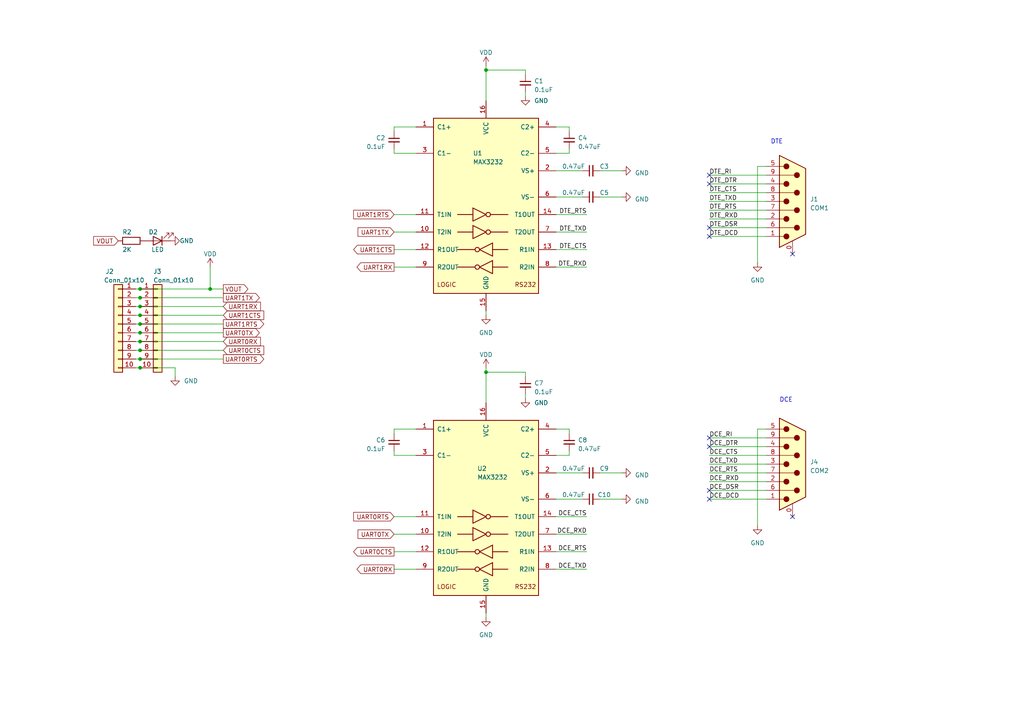
<source format=kicad_sch>
(kicad_sch
	(version 20231120)
	(generator "eeschema")
	(generator_version "8.0")
	(uuid "0e90689e-63e1-4386-8e72-ce616efbd88b")
	(paper "A4")
	(lib_symbols
		(symbol "Connector:DE9_Plug_MountingHoles"
			(pin_names
				(offset 1.016) hide)
			(exclude_from_sim no)
			(in_bom yes)
			(on_board yes)
			(property "Reference" "J"
				(at 0 16.51 0)
				(effects
					(font
						(size 1.27 1.27)
					)
				)
			)
			(property "Value" "DE9_Plug_MountingHoles"
				(at 0 14.605 0)
				(effects
					(font
						(size 1.27 1.27)
					)
				)
			)
			(property "Footprint" ""
				(at 0 0 0)
				(effects
					(font
						(size 1.27 1.27)
					)
					(hide yes)
				)
			)
			(property "Datasheet" " ~"
				(at 0 0 0)
				(effects
					(font
						(size 1.27 1.27)
					)
					(hide yes)
				)
			)
			(property "Description" "9-pin male plug pin D-SUB connector, Mounting Hole"
				(at 0 0 0)
				(effects
					(font
						(size 1.27 1.27)
					)
					(hide yes)
				)
			)
			(property "ki_keywords" "connector plug male D-SUB DB9"
				(at 0 0 0)
				(effects
					(font
						(size 1.27 1.27)
					)
					(hide yes)
				)
			)
			(property "ki_fp_filters" "DSUB*Male*"
				(at 0 0 0)
				(effects
					(font
						(size 1.27 1.27)
					)
					(hide yes)
				)
			)
			(symbol "DE9_Plug_MountingHoles_0_1"
				(circle
					(center -1.778 -10.16)
					(radius 0.762)
					(stroke
						(width 0)
						(type default)
					)
					(fill
						(type outline)
					)
				)
				(circle
					(center -1.778 -5.08)
					(radius 0.762)
					(stroke
						(width 0)
						(type default)
					)
					(fill
						(type outline)
					)
				)
				(circle
					(center -1.778 0)
					(radius 0.762)
					(stroke
						(width 0)
						(type default)
					)
					(fill
						(type outline)
					)
				)
				(circle
					(center -1.778 5.08)
					(radius 0.762)
					(stroke
						(width 0)
						(type default)
					)
					(fill
						(type outline)
					)
				)
				(circle
					(center -1.778 10.16)
					(radius 0.762)
					(stroke
						(width 0)
						(type default)
					)
					(fill
						(type outline)
					)
				)
				(polyline
					(pts
						(xy -3.81 -10.16) (xy -2.54 -10.16)
					)
					(stroke
						(width 0)
						(type default)
					)
					(fill
						(type none)
					)
				)
				(polyline
					(pts
						(xy -3.81 -7.62) (xy 0.508 -7.62)
					)
					(stroke
						(width 0)
						(type default)
					)
					(fill
						(type none)
					)
				)
				(polyline
					(pts
						(xy -3.81 -5.08) (xy -2.54 -5.08)
					)
					(stroke
						(width 0)
						(type default)
					)
					(fill
						(type none)
					)
				)
				(polyline
					(pts
						(xy -3.81 -2.54) (xy 0.508 -2.54)
					)
					(stroke
						(width 0)
						(type default)
					)
					(fill
						(type none)
					)
				)
				(polyline
					(pts
						(xy -3.81 0) (xy -2.54 0)
					)
					(stroke
						(width 0)
						(type default)
					)
					(fill
						(type none)
					)
				)
				(polyline
					(pts
						(xy -3.81 2.54) (xy 0.508 2.54)
					)
					(stroke
						(width 0)
						(type default)
					)
					(fill
						(type none)
					)
				)
				(polyline
					(pts
						(xy -3.81 5.08) (xy -2.54 5.08)
					)
					(stroke
						(width 0)
						(type default)
					)
					(fill
						(type none)
					)
				)
				(polyline
					(pts
						(xy -3.81 7.62) (xy 0.508 7.62)
					)
					(stroke
						(width 0)
						(type default)
					)
					(fill
						(type none)
					)
				)
				(polyline
					(pts
						(xy -3.81 10.16) (xy -2.54 10.16)
					)
					(stroke
						(width 0)
						(type default)
					)
					(fill
						(type none)
					)
				)
				(polyline
					(pts
						(xy -3.81 -13.335) (xy -3.81 13.335) (xy 3.81 9.525) (xy 3.81 -9.525) (xy -3.81 -13.335)
					)
					(stroke
						(width 0.254)
						(type default)
					)
					(fill
						(type background)
					)
				)
				(circle
					(center 1.27 -7.62)
					(radius 0.762)
					(stroke
						(width 0)
						(type default)
					)
					(fill
						(type outline)
					)
				)
				(circle
					(center 1.27 -2.54)
					(radius 0.762)
					(stroke
						(width 0)
						(type default)
					)
					(fill
						(type outline)
					)
				)
				(circle
					(center 1.27 2.54)
					(radius 0.762)
					(stroke
						(width 0)
						(type default)
					)
					(fill
						(type outline)
					)
				)
				(circle
					(center 1.27 7.62)
					(radius 0.762)
					(stroke
						(width 0)
						(type default)
					)
					(fill
						(type outline)
					)
				)
			)
			(symbol "DE9_Plug_MountingHoles_1_1"
				(pin passive line
					(at 0 -15.24 90)
					(length 3.81)
					(name "PAD"
						(effects
							(font
								(size 1.27 1.27)
							)
						)
					)
					(number "0"
						(effects
							(font
								(size 1.27 1.27)
							)
						)
					)
				)
				(pin passive line
					(at -7.62 -10.16 0)
					(length 3.81)
					(name "1"
						(effects
							(font
								(size 1.27 1.27)
							)
						)
					)
					(number "1"
						(effects
							(font
								(size 1.27 1.27)
							)
						)
					)
				)
				(pin passive line
					(at -7.62 -5.08 0)
					(length 3.81)
					(name "2"
						(effects
							(font
								(size 1.27 1.27)
							)
						)
					)
					(number "2"
						(effects
							(font
								(size 1.27 1.27)
							)
						)
					)
				)
				(pin passive line
					(at -7.62 0 0)
					(length 3.81)
					(name "3"
						(effects
							(font
								(size 1.27 1.27)
							)
						)
					)
					(number "3"
						(effects
							(font
								(size 1.27 1.27)
							)
						)
					)
				)
				(pin passive line
					(at -7.62 5.08 0)
					(length 3.81)
					(name "4"
						(effects
							(font
								(size 1.27 1.27)
							)
						)
					)
					(number "4"
						(effects
							(font
								(size 1.27 1.27)
							)
						)
					)
				)
				(pin passive line
					(at -7.62 10.16 0)
					(length 3.81)
					(name "5"
						(effects
							(font
								(size 1.27 1.27)
							)
						)
					)
					(number "5"
						(effects
							(font
								(size 1.27 1.27)
							)
						)
					)
				)
				(pin passive line
					(at -7.62 -7.62 0)
					(length 3.81)
					(name "6"
						(effects
							(font
								(size 1.27 1.27)
							)
						)
					)
					(number "6"
						(effects
							(font
								(size 1.27 1.27)
							)
						)
					)
				)
				(pin passive line
					(at -7.62 -2.54 0)
					(length 3.81)
					(name "7"
						(effects
							(font
								(size 1.27 1.27)
							)
						)
					)
					(number "7"
						(effects
							(font
								(size 1.27 1.27)
							)
						)
					)
				)
				(pin passive line
					(at -7.62 2.54 0)
					(length 3.81)
					(name "8"
						(effects
							(font
								(size 1.27 1.27)
							)
						)
					)
					(number "8"
						(effects
							(font
								(size 1.27 1.27)
							)
						)
					)
				)
				(pin passive line
					(at -7.62 7.62 0)
					(length 3.81)
					(name "9"
						(effects
							(font
								(size 1.27 1.27)
							)
						)
					)
					(number "9"
						(effects
							(font
								(size 1.27 1.27)
							)
						)
					)
				)
			)
		)
		(symbol "Connector_Generic:Conn_01x10"
			(pin_names
				(offset 1.016) hide)
			(exclude_from_sim no)
			(in_bom yes)
			(on_board yes)
			(property "Reference" "J"
				(at 0 12.7 0)
				(effects
					(font
						(size 1.27 1.27)
					)
				)
			)
			(property "Value" "Conn_01x10"
				(at 0 -15.24 0)
				(effects
					(font
						(size 1.27 1.27)
					)
				)
			)
			(property "Footprint" ""
				(at 0 0 0)
				(effects
					(font
						(size 1.27 1.27)
					)
					(hide yes)
				)
			)
			(property "Datasheet" "~"
				(at 0 0 0)
				(effects
					(font
						(size 1.27 1.27)
					)
					(hide yes)
				)
			)
			(property "Description" "Generic connector, single row, 01x10, script generated (kicad-library-utils/schlib/autogen/connector/)"
				(at 0 0 0)
				(effects
					(font
						(size 1.27 1.27)
					)
					(hide yes)
				)
			)
			(property "ki_keywords" "connector"
				(at 0 0 0)
				(effects
					(font
						(size 1.27 1.27)
					)
					(hide yes)
				)
			)
			(property "ki_fp_filters" "Connector*:*_1x??_*"
				(at 0 0 0)
				(effects
					(font
						(size 1.27 1.27)
					)
					(hide yes)
				)
			)
			(symbol "Conn_01x10_1_1"
				(rectangle
					(start -1.27 -12.573)
					(end 0 -12.827)
					(stroke
						(width 0.1524)
						(type default)
					)
					(fill
						(type none)
					)
				)
				(rectangle
					(start -1.27 -10.033)
					(end 0 -10.287)
					(stroke
						(width 0.1524)
						(type default)
					)
					(fill
						(type none)
					)
				)
				(rectangle
					(start -1.27 -7.493)
					(end 0 -7.747)
					(stroke
						(width 0.1524)
						(type default)
					)
					(fill
						(type none)
					)
				)
				(rectangle
					(start -1.27 -4.953)
					(end 0 -5.207)
					(stroke
						(width 0.1524)
						(type default)
					)
					(fill
						(type none)
					)
				)
				(rectangle
					(start -1.27 -2.413)
					(end 0 -2.667)
					(stroke
						(width 0.1524)
						(type default)
					)
					(fill
						(type none)
					)
				)
				(rectangle
					(start -1.27 0.127)
					(end 0 -0.127)
					(stroke
						(width 0.1524)
						(type default)
					)
					(fill
						(type none)
					)
				)
				(rectangle
					(start -1.27 2.667)
					(end 0 2.413)
					(stroke
						(width 0.1524)
						(type default)
					)
					(fill
						(type none)
					)
				)
				(rectangle
					(start -1.27 5.207)
					(end 0 4.953)
					(stroke
						(width 0.1524)
						(type default)
					)
					(fill
						(type none)
					)
				)
				(rectangle
					(start -1.27 7.747)
					(end 0 7.493)
					(stroke
						(width 0.1524)
						(type default)
					)
					(fill
						(type none)
					)
				)
				(rectangle
					(start -1.27 10.287)
					(end 0 10.033)
					(stroke
						(width 0.1524)
						(type default)
					)
					(fill
						(type none)
					)
				)
				(rectangle
					(start -1.27 11.43)
					(end 1.27 -13.97)
					(stroke
						(width 0.254)
						(type default)
					)
					(fill
						(type background)
					)
				)
				(pin passive line
					(at -5.08 10.16 0)
					(length 3.81)
					(name "Pin_1"
						(effects
							(font
								(size 1.27 1.27)
							)
						)
					)
					(number "1"
						(effects
							(font
								(size 1.27 1.27)
							)
						)
					)
				)
				(pin passive line
					(at -5.08 -12.7 0)
					(length 3.81)
					(name "Pin_10"
						(effects
							(font
								(size 1.27 1.27)
							)
						)
					)
					(number "10"
						(effects
							(font
								(size 1.27 1.27)
							)
						)
					)
				)
				(pin passive line
					(at -5.08 7.62 0)
					(length 3.81)
					(name "Pin_2"
						(effects
							(font
								(size 1.27 1.27)
							)
						)
					)
					(number "2"
						(effects
							(font
								(size 1.27 1.27)
							)
						)
					)
				)
				(pin passive line
					(at -5.08 5.08 0)
					(length 3.81)
					(name "Pin_3"
						(effects
							(font
								(size 1.27 1.27)
							)
						)
					)
					(number "3"
						(effects
							(font
								(size 1.27 1.27)
							)
						)
					)
				)
				(pin passive line
					(at -5.08 2.54 0)
					(length 3.81)
					(name "Pin_4"
						(effects
							(font
								(size 1.27 1.27)
							)
						)
					)
					(number "4"
						(effects
							(font
								(size 1.27 1.27)
							)
						)
					)
				)
				(pin passive line
					(at -5.08 0 0)
					(length 3.81)
					(name "Pin_5"
						(effects
							(font
								(size 1.27 1.27)
							)
						)
					)
					(number "5"
						(effects
							(font
								(size 1.27 1.27)
							)
						)
					)
				)
				(pin passive line
					(at -5.08 -2.54 0)
					(length 3.81)
					(name "Pin_6"
						(effects
							(font
								(size 1.27 1.27)
							)
						)
					)
					(number "6"
						(effects
							(font
								(size 1.27 1.27)
							)
						)
					)
				)
				(pin passive line
					(at -5.08 -5.08 0)
					(length 3.81)
					(name "Pin_7"
						(effects
							(font
								(size 1.27 1.27)
							)
						)
					)
					(number "7"
						(effects
							(font
								(size 1.27 1.27)
							)
						)
					)
				)
				(pin passive line
					(at -5.08 -7.62 0)
					(length 3.81)
					(name "Pin_8"
						(effects
							(font
								(size 1.27 1.27)
							)
						)
					)
					(number "8"
						(effects
							(font
								(size 1.27 1.27)
							)
						)
					)
				)
				(pin passive line
					(at -5.08 -10.16 0)
					(length 3.81)
					(name "Pin_9"
						(effects
							(font
								(size 1.27 1.27)
							)
						)
					)
					(number "9"
						(effects
							(font
								(size 1.27 1.27)
							)
						)
					)
				)
			)
		)
		(symbol "Device:C_Small"
			(pin_numbers hide)
			(pin_names
				(offset 0.254) hide)
			(exclude_from_sim no)
			(in_bom yes)
			(on_board yes)
			(property "Reference" "C"
				(at 0.254 1.778 0)
				(effects
					(font
						(size 1.27 1.27)
					)
					(justify left)
				)
			)
			(property "Value" "C_Small"
				(at 0.254 -2.032 0)
				(effects
					(font
						(size 1.27 1.27)
					)
					(justify left)
				)
			)
			(property "Footprint" ""
				(at 0 0 0)
				(effects
					(font
						(size 1.27 1.27)
					)
					(hide yes)
				)
			)
			(property "Datasheet" "~"
				(at 0 0 0)
				(effects
					(font
						(size 1.27 1.27)
					)
					(hide yes)
				)
			)
			(property "Description" "Unpolarized capacitor, small symbol"
				(at 0 0 0)
				(effects
					(font
						(size 1.27 1.27)
					)
					(hide yes)
				)
			)
			(property "ki_keywords" "capacitor cap"
				(at 0 0 0)
				(effects
					(font
						(size 1.27 1.27)
					)
					(hide yes)
				)
			)
			(property "ki_fp_filters" "C_*"
				(at 0 0 0)
				(effects
					(font
						(size 1.27 1.27)
					)
					(hide yes)
				)
			)
			(symbol "C_Small_0_1"
				(polyline
					(pts
						(xy -1.524 -0.508) (xy 1.524 -0.508)
					)
					(stroke
						(width 0.3302)
						(type default)
					)
					(fill
						(type none)
					)
				)
				(polyline
					(pts
						(xy -1.524 0.508) (xy 1.524 0.508)
					)
					(stroke
						(width 0.3048)
						(type default)
					)
					(fill
						(type none)
					)
				)
			)
			(symbol "C_Small_1_1"
				(pin passive line
					(at 0 2.54 270)
					(length 2.032)
					(name "~"
						(effects
							(font
								(size 1.27 1.27)
							)
						)
					)
					(number "1"
						(effects
							(font
								(size 1.27 1.27)
							)
						)
					)
				)
				(pin passive line
					(at 0 -2.54 90)
					(length 2.032)
					(name "~"
						(effects
							(font
								(size 1.27 1.27)
							)
						)
					)
					(number "2"
						(effects
							(font
								(size 1.27 1.27)
							)
						)
					)
				)
			)
		)
		(symbol "Device:LED"
			(pin_numbers hide)
			(pin_names
				(offset 1.016) hide)
			(exclude_from_sim no)
			(in_bom yes)
			(on_board yes)
			(property "Reference" "D"
				(at 0 2.54 0)
				(effects
					(font
						(size 1.27 1.27)
					)
				)
			)
			(property "Value" "LED"
				(at 0 -2.54 0)
				(effects
					(font
						(size 1.27 1.27)
					)
				)
			)
			(property "Footprint" ""
				(at 0 0 0)
				(effects
					(font
						(size 1.27 1.27)
					)
					(hide yes)
				)
			)
			(property "Datasheet" "~"
				(at 0 0 0)
				(effects
					(font
						(size 1.27 1.27)
					)
					(hide yes)
				)
			)
			(property "Description" "Light emitting diode"
				(at 0 0 0)
				(effects
					(font
						(size 1.27 1.27)
					)
					(hide yes)
				)
			)
			(property "ki_keywords" "LED diode"
				(at 0 0 0)
				(effects
					(font
						(size 1.27 1.27)
					)
					(hide yes)
				)
			)
			(property "ki_fp_filters" "LED* LED_SMD:* LED_THT:*"
				(at 0 0 0)
				(effects
					(font
						(size 1.27 1.27)
					)
					(hide yes)
				)
			)
			(symbol "LED_0_1"
				(polyline
					(pts
						(xy -1.27 -1.27) (xy -1.27 1.27)
					)
					(stroke
						(width 0.254)
						(type default)
					)
					(fill
						(type none)
					)
				)
				(polyline
					(pts
						(xy -1.27 0) (xy 1.27 0)
					)
					(stroke
						(width 0)
						(type default)
					)
					(fill
						(type none)
					)
				)
				(polyline
					(pts
						(xy 1.27 -1.27) (xy 1.27 1.27) (xy -1.27 0) (xy 1.27 -1.27)
					)
					(stroke
						(width 0.254)
						(type default)
					)
					(fill
						(type none)
					)
				)
				(polyline
					(pts
						(xy -3.048 -0.762) (xy -4.572 -2.286) (xy -3.81 -2.286) (xy -4.572 -2.286) (xy -4.572 -1.524)
					)
					(stroke
						(width 0)
						(type default)
					)
					(fill
						(type none)
					)
				)
				(polyline
					(pts
						(xy -1.778 -0.762) (xy -3.302 -2.286) (xy -2.54 -2.286) (xy -3.302 -2.286) (xy -3.302 -1.524)
					)
					(stroke
						(width 0)
						(type default)
					)
					(fill
						(type none)
					)
				)
			)
			(symbol "LED_1_1"
				(pin passive line
					(at -3.81 0 0)
					(length 2.54)
					(name "K"
						(effects
							(font
								(size 1.27 1.27)
							)
						)
					)
					(number "1"
						(effects
							(font
								(size 1.27 1.27)
							)
						)
					)
				)
				(pin passive line
					(at 3.81 0 180)
					(length 2.54)
					(name "A"
						(effects
							(font
								(size 1.27 1.27)
							)
						)
					)
					(number "2"
						(effects
							(font
								(size 1.27 1.27)
							)
						)
					)
				)
			)
		)
		(symbol "Device:R"
			(pin_numbers hide)
			(pin_names
				(offset 0)
			)
			(exclude_from_sim no)
			(in_bom yes)
			(on_board yes)
			(property "Reference" "R"
				(at 2.032 0 90)
				(effects
					(font
						(size 1.27 1.27)
					)
				)
			)
			(property "Value" "R"
				(at 0 0 90)
				(effects
					(font
						(size 1.27 1.27)
					)
				)
			)
			(property "Footprint" ""
				(at -1.778 0 90)
				(effects
					(font
						(size 1.27 1.27)
					)
					(hide yes)
				)
			)
			(property "Datasheet" "~"
				(at 0 0 0)
				(effects
					(font
						(size 1.27 1.27)
					)
					(hide yes)
				)
			)
			(property "Description" "Resistor"
				(at 0 0 0)
				(effects
					(font
						(size 1.27 1.27)
					)
					(hide yes)
				)
			)
			(property "ki_keywords" "R res resistor"
				(at 0 0 0)
				(effects
					(font
						(size 1.27 1.27)
					)
					(hide yes)
				)
			)
			(property "ki_fp_filters" "R_*"
				(at 0 0 0)
				(effects
					(font
						(size 1.27 1.27)
					)
					(hide yes)
				)
			)
			(symbol "R_0_1"
				(rectangle
					(start -1.016 -2.54)
					(end 1.016 2.54)
					(stroke
						(width 0.254)
						(type default)
					)
					(fill
						(type none)
					)
				)
			)
			(symbol "R_1_1"
				(pin passive line
					(at 0 3.81 270)
					(length 1.27)
					(name "~"
						(effects
							(font
								(size 1.27 1.27)
							)
						)
					)
					(number "1"
						(effects
							(font
								(size 1.27 1.27)
							)
						)
					)
				)
				(pin passive line
					(at 0 -3.81 90)
					(length 1.27)
					(name "~"
						(effects
							(font
								(size 1.27 1.27)
							)
						)
					)
					(number "2"
						(effects
							(font
								(size 1.27 1.27)
							)
						)
					)
				)
			)
		)
		(symbol "Interface_UART:MAX3232"
			(pin_names
				(offset 1.016)
			)
			(exclude_from_sim no)
			(in_bom yes)
			(on_board yes)
			(property "Reference" "U"
				(at -2.54 28.575 0)
				(effects
					(font
						(size 1.27 1.27)
					)
					(justify right)
				)
			)
			(property "Value" "MAX3232"
				(at -2.54 26.67 0)
				(effects
					(font
						(size 1.27 1.27)
					)
					(justify right)
				)
			)
			(property "Footprint" ""
				(at 1.27 -26.67 0)
				(effects
					(font
						(size 1.27 1.27)
					)
					(justify left)
					(hide yes)
				)
			)
			(property "Datasheet" "https://datasheets.maximintegrated.com/en/ds/MAX3222-MAX3241.pdf"
				(at 0 2.54 0)
				(effects
					(font
						(size 1.27 1.27)
					)
					(hide yes)
				)
			)
			(property "Description" "3.0V to 5.5V, Low-Power, up to 1Mbps, True RS-232 Transceivers Using Four 0.1μF External Capacitors"
				(at 0 0 0)
				(effects
					(font
						(size 1.27 1.27)
					)
					(hide yes)
				)
			)
			(property "ki_keywords" "rs232 uart transceiver line-driver"
				(at 0 0 0)
				(effects
					(font
						(size 1.27 1.27)
					)
					(hide yes)
				)
			)
			(property "ki_fp_filters" "SOIC*P1.27mm* DIP*W7.62mm* TSSOP*4.4x5mm*P0.65mm*"
				(at 0 0 0)
				(effects
					(font
						(size 1.27 1.27)
					)
					(hide yes)
				)
			)
			(symbol "MAX3232_0_0"
				(text "LOGIC"
					(at -11.43 -22.86 0)
					(effects
						(font
							(size 1.27 1.27)
						)
					)
				)
				(text "RS232"
					(at 11.43 -22.86 0)
					(effects
						(font
							(size 1.27 1.27)
						)
					)
				)
			)
			(symbol "MAX3232_0_1"
				(rectangle
					(start -15.24 -25.4)
					(end 15.24 25.4)
					(stroke
						(width 0.254)
						(type default)
					)
					(fill
						(type background)
					)
				)
				(circle
					(center -2.54 -17.78)
					(radius 0.635)
					(stroke
						(width 0.254)
						(type default)
					)
					(fill
						(type none)
					)
				)
				(circle
					(center -2.54 -12.7)
					(radius 0.635)
					(stroke
						(width 0.254)
						(type default)
					)
					(fill
						(type none)
					)
				)
				(polyline
					(pts
						(xy -3.81 -7.62) (xy -8.255 -7.62)
					)
					(stroke
						(width 0.254)
						(type default)
					)
					(fill
						(type none)
					)
				)
				(polyline
					(pts
						(xy -3.81 -2.54) (xy -8.255 -2.54)
					)
					(stroke
						(width 0.254)
						(type default)
					)
					(fill
						(type none)
					)
				)
				(polyline
					(pts
						(xy -3.175 -17.78) (xy -8.255 -17.78)
					)
					(stroke
						(width 0.254)
						(type default)
					)
					(fill
						(type none)
					)
				)
				(polyline
					(pts
						(xy -3.175 -12.7) (xy -8.255 -12.7)
					)
					(stroke
						(width 0.254)
						(type default)
					)
					(fill
						(type none)
					)
				)
				(polyline
					(pts
						(xy 1.27 -7.62) (xy 6.35 -7.62)
					)
					(stroke
						(width 0.254)
						(type default)
					)
					(fill
						(type none)
					)
				)
				(polyline
					(pts
						(xy 1.27 -2.54) (xy 6.35 -2.54)
					)
					(stroke
						(width 0.254)
						(type default)
					)
					(fill
						(type none)
					)
				)
				(polyline
					(pts
						(xy 1.905 -17.78) (xy 6.35 -17.78)
					)
					(stroke
						(width 0.254)
						(type default)
					)
					(fill
						(type none)
					)
				)
				(polyline
					(pts
						(xy 1.905 -12.7) (xy 6.35 -12.7)
					)
					(stroke
						(width 0.254)
						(type default)
					)
					(fill
						(type none)
					)
				)
				(polyline
					(pts
						(xy -3.81 -5.715) (xy -3.81 -9.525) (xy 0 -7.62) (xy -3.81 -5.715)
					)
					(stroke
						(width 0.254)
						(type default)
					)
					(fill
						(type none)
					)
				)
				(polyline
					(pts
						(xy -3.81 -0.635) (xy -3.81 -4.445) (xy 0 -2.54) (xy -3.81 -0.635)
					)
					(stroke
						(width 0.254)
						(type default)
					)
					(fill
						(type none)
					)
				)
				(polyline
					(pts
						(xy 1.905 -15.875) (xy 1.905 -19.685) (xy -1.905 -17.78) (xy 1.905 -15.875)
					)
					(stroke
						(width 0.254)
						(type default)
					)
					(fill
						(type none)
					)
				)
				(polyline
					(pts
						(xy 1.905 -10.795) (xy 1.905 -14.605) (xy -1.905 -12.7) (xy 1.905 -10.795)
					)
					(stroke
						(width 0.254)
						(type default)
					)
					(fill
						(type none)
					)
				)
				(circle
					(center 0.635 -7.62)
					(radius 0.635)
					(stroke
						(width 0.254)
						(type default)
					)
					(fill
						(type none)
					)
				)
				(circle
					(center 0.635 -2.54)
					(radius 0.635)
					(stroke
						(width 0.254)
						(type default)
					)
					(fill
						(type none)
					)
				)
			)
			(symbol "MAX3232_1_1"
				(pin passive line
					(at -20.32 22.86 0)
					(length 5.08)
					(name "C1+"
						(effects
							(font
								(size 1.27 1.27)
							)
						)
					)
					(number "1"
						(effects
							(font
								(size 1.27 1.27)
							)
						)
					)
				)
				(pin input line
					(at -20.32 -7.62 0)
					(length 5.08)
					(name "T2IN"
						(effects
							(font
								(size 1.27 1.27)
							)
						)
					)
					(number "10"
						(effects
							(font
								(size 1.27 1.27)
							)
						)
					)
				)
				(pin input line
					(at -20.32 -2.54 0)
					(length 5.08)
					(name "T1IN"
						(effects
							(font
								(size 1.27 1.27)
							)
						)
					)
					(number "11"
						(effects
							(font
								(size 1.27 1.27)
							)
						)
					)
				)
				(pin output line
					(at -20.32 -12.7 0)
					(length 5.08)
					(name "R1OUT"
						(effects
							(font
								(size 1.27 1.27)
							)
						)
					)
					(number "12"
						(effects
							(font
								(size 1.27 1.27)
							)
						)
					)
				)
				(pin input line
					(at 20.32 -12.7 180)
					(length 5.08)
					(name "R1IN"
						(effects
							(font
								(size 1.27 1.27)
							)
						)
					)
					(number "13"
						(effects
							(font
								(size 1.27 1.27)
							)
						)
					)
				)
				(pin output line
					(at 20.32 -2.54 180)
					(length 5.08)
					(name "T1OUT"
						(effects
							(font
								(size 1.27 1.27)
							)
						)
					)
					(number "14"
						(effects
							(font
								(size 1.27 1.27)
							)
						)
					)
				)
				(pin power_in line
					(at 0 -30.48 90)
					(length 5.08)
					(name "GND"
						(effects
							(font
								(size 1.27 1.27)
							)
						)
					)
					(number "15"
						(effects
							(font
								(size 1.27 1.27)
							)
						)
					)
				)
				(pin power_in line
					(at 0 30.48 270)
					(length 5.08)
					(name "VCC"
						(effects
							(font
								(size 1.27 1.27)
							)
						)
					)
					(number "16"
						(effects
							(font
								(size 1.27 1.27)
							)
						)
					)
				)
				(pin power_out line
					(at 20.32 10.16 180)
					(length 5.08)
					(name "VS+"
						(effects
							(font
								(size 1.27 1.27)
							)
						)
					)
					(number "2"
						(effects
							(font
								(size 1.27 1.27)
							)
						)
					)
				)
				(pin passive line
					(at -20.32 15.24 0)
					(length 5.08)
					(name "C1-"
						(effects
							(font
								(size 1.27 1.27)
							)
						)
					)
					(number "3"
						(effects
							(font
								(size 1.27 1.27)
							)
						)
					)
				)
				(pin passive line
					(at 20.32 22.86 180)
					(length 5.08)
					(name "C2+"
						(effects
							(font
								(size 1.27 1.27)
							)
						)
					)
					(number "4"
						(effects
							(font
								(size 1.27 1.27)
							)
						)
					)
				)
				(pin passive line
					(at 20.32 15.24 180)
					(length 5.08)
					(name "C2-"
						(effects
							(font
								(size 1.27 1.27)
							)
						)
					)
					(number "5"
						(effects
							(font
								(size 1.27 1.27)
							)
						)
					)
				)
				(pin power_out line
					(at 20.32 2.54 180)
					(length 5.08)
					(name "VS-"
						(effects
							(font
								(size 1.27 1.27)
							)
						)
					)
					(number "6"
						(effects
							(font
								(size 1.27 1.27)
							)
						)
					)
				)
				(pin output line
					(at 20.32 -7.62 180)
					(length 5.08)
					(name "T2OUT"
						(effects
							(font
								(size 1.27 1.27)
							)
						)
					)
					(number "7"
						(effects
							(font
								(size 1.27 1.27)
							)
						)
					)
				)
				(pin input line
					(at 20.32 -17.78 180)
					(length 5.08)
					(name "R2IN"
						(effects
							(font
								(size 1.27 1.27)
							)
						)
					)
					(number "8"
						(effects
							(font
								(size 1.27 1.27)
							)
						)
					)
				)
				(pin output line
					(at -20.32 -17.78 0)
					(length 5.08)
					(name "R2OUT"
						(effects
							(font
								(size 1.27 1.27)
							)
						)
					)
					(number "9"
						(effects
							(font
								(size 1.27 1.27)
							)
						)
					)
				)
			)
		)
		(symbol "power:GND"
			(power)
			(pin_names
				(offset 0)
			)
			(exclude_from_sim no)
			(in_bom yes)
			(on_board yes)
			(property "Reference" "#PWR"
				(at 0 -6.35 0)
				(effects
					(font
						(size 1.27 1.27)
					)
					(hide yes)
				)
			)
			(property "Value" "GND"
				(at 0 -3.81 0)
				(effects
					(font
						(size 1.27 1.27)
					)
				)
			)
			(property "Footprint" ""
				(at 0 0 0)
				(effects
					(font
						(size 1.27 1.27)
					)
					(hide yes)
				)
			)
			(property "Datasheet" ""
				(at 0 0 0)
				(effects
					(font
						(size 1.27 1.27)
					)
					(hide yes)
				)
			)
			(property "Description" "Power symbol creates a global label with name \"GND\" , ground"
				(at 0 0 0)
				(effects
					(font
						(size 1.27 1.27)
					)
					(hide yes)
				)
			)
			(property "ki_keywords" "global power"
				(at 0 0 0)
				(effects
					(font
						(size 1.27 1.27)
					)
					(hide yes)
				)
			)
			(symbol "GND_0_1"
				(polyline
					(pts
						(xy 0 0) (xy 0 -1.27) (xy 1.27 -1.27) (xy 0 -2.54) (xy -1.27 -1.27) (xy 0 -1.27)
					)
					(stroke
						(width 0)
						(type default)
					)
					(fill
						(type none)
					)
				)
			)
			(symbol "GND_1_1"
				(pin power_in line
					(at 0 0 270)
					(length 0) hide
					(name "GND"
						(effects
							(font
								(size 1.27 1.27)
							)
						)
					)
					(number "1"
						(effects
							(font
								(size 1.27 1.27)
							)
						)
					)
				)
			)
		)
		(symbol "power:VDD"
			(power)
			(pin_names
				(offset 0)
			)
			(exclude_from_sim no)
			(in_bom yes)
			(on_board yes)
			(property "Reference" "#PWR"
				(at 0 -3.81 0)
				(effects
					(font
						(size 1.27 1.27)
					)
					(hide yes)
				)
			)
			(property "Value" "VDD"
				(at 0 3.81 0)
				(effects
					(font
						(size 1.27 1.27)
					)
				)
			)
			(property "Footprint" ""
				(at 0 0 0)
				(effects
					(font
						(size 1.27 1.27)
					)
					(hide yes)
				)
			)
			(property "Datasheet" ""
				(at 0 0 0)
				(effects
					(font
						(size 1.27 1.27)
					)
					(hide yes)
				)
			)
			(property "Description" "Power symbol creates a global label with name \"VDD\""
				(at 0 0 0)
				(effects
					(font
						(size 1.27 1.27)
					)
					(hide yes)
				)
			)
			(property "ki_keywords" "global power"
				(at 0 0 0)
				(effects
					(font
						(size 1.27 1.27)
					)
					(hide yes)
				)
			)
			(symbol "VDD_0_1"
				(polyline
					(pts
						(xy -0.762 1.27) (xy 0 2.54)
					)
					(stroke
						(width 0)
						(type default)
					)
					(fill
						(type none)
					)
				)
				(polyline
					(pts
						(xy 0 0) (xy 0 2.54)
					)
					(stroke
						(width 0)
						(type default)
					)
					(fill
						(type none)
					)
				)
				(polyline
					(pts
						(xy 0 2.54) (xy 0.762 1.27)
					)
					(stroke
						(width 0)
						(type default)
					)
					(fill
						(type none)
					)
				)
			)
			(symbol "VDD_1_1"
				(pin power_in line
					(at 0 0 90)
					(length 0) hide
					(name "VDD"
						(effects
							(font
								(size 1.27 1.27)
							)
						)
					)
					(number "1"
						(effects
							(font
								(size 1.27 1.27)
							)
						)
					)
				)
			)
		)
	)
	(junction
		(at 140.97 20.32)
		(diameter 0)
		(color 0 0 0 0)
		(uuid "15ca7b88-4629-4f31-a598-da9a8cc5de35")
	)
	(junction
		(at 40.64 96.52)
		(diameter 0)
		(color 0 0 0 0)
		(uuid "41f5ef31-6a0e-4c31-b05a-0c3dd79965ff")
	)
	(junction
		(at 40.64 101.6)
		(diameter 0)
		(color 0 0 0 0)
		(uuid "5715eeb8-c059-43b2-9a4c-bdd123174c1a")
	)
	(junction
		(at 40.64 91.44)
		(diameter 0)
		(color 0 0 0 0)
		(uuid "5afe8fd3-8cb6-4d5b-aa1f-92dda4bbca0d")
	)
	(junction
		(at 40.64 88.9)
		(diameter 0)
		(color 0 0 0 0)
		(uuid "8ace857c-13ef-4e96-9952-78675f98c612")
	)
	(junction
		(at 40.64 86.36)
		(diameter 0)
		(color 0 0 0 0)
		(uuid "9316e0a9-65f2-4a4c-83d1-7d7fb0a4f408")
	)
	(junction
		(at 60.96 83.82)
		(diameter 0)
		(color 0 0 0 0)
		(uuid "bdcdd578-f14a-415d-a59b-a741c4e27d62")
	)
	(junction
		(at 40.64 106.68)
		(diameter 0)
		(color 0 0 0 0)
		(uuid "be9dbe39-d724-42bc-a54d-f0f81fad127c")
	)
	(junction
		(at 40.64 83.82)
		(diameter 0)
		(color 0 0 0 0)
		(uuid "db70c9c9-adf5-4df9-96ec-9c446d252428")
	)
	(junction
		(at 140.97 107.95)
		(diameter 0)
		(color 0 0 0 0)
		(uuid "e2e04464-4085-4de9-a3f6-bf0892df6ad6")
	)
	(junction
		(at 40.64 104.14)
		(diameter 0)
		(color 0 0 0 0)
		(uuid "e63bb385-72c2-4d49-9bdd-3166d9e5a7e2")
	)
	(junction
		(at 40.64 99.06)
		(diameter 0)
		(color 0 0 0 0)
		(uuid "ea84e02d-46a0-4291-9ef5-d8bf9597ac0b")
	)
	(junction
		(at 40.64 93.98)
		(diameter 0)
		(color 0 0 0 0)
		(uuid "f6254229-b537-4bb1-99b9-2451225b501a")
	)
	(no_connect
		(at 205.74 142.24)
		(uuid "3027caae-9225-4d0c-9a69-3b340d794a71")
	)
	(no_connect
		(at 205.74 129.54)
		(uuid "5ba55169-6539-4043-a480-b806f3adae4f")
	)
	(no_connect
		(at 205.74 68.58)
		(uuid "6667587a-0c95-42fb-b403-deece4931ff6")
	)
	(no_connect
		(at 205.74 127)
		(uuid "798fce58-85a8-40d3-99d1-f3bad9caf6a3")
	)
	(no_connect
		(at 229.87 73.66)
		(uuid "9fcc6177-9d51-4d42-ad09-173a2a05d8aa")
	)
	(no_connect
		(at 205.74 66.04)
		(uuid "c453899b-3a35-40a3-b42f-bf6a6b7a948f")
	)
	(no_connect
		(at 229.87 149.86)
		(uuid "da09b814-ee8c-4ddd-b112-fafba32a6116")
	)
	(no_connect
		(at 205.74 50.8)
		(uuid "df6b5193-0bae-45c4-82e6-02b59bcd01a5")
	)
	(no_connect
		(at 205.74 144.78)
		(uuid "e70bb9a6-0015-4077-a450-562c8eec7354")
	)
	(no_connect
		(at 205.74 53.34)
		(uuid "efc6995d-93c4-4ae1-b67f-1724107a3018")
	)
	(wire
		(pts
			(xy 40.64 91.44) (xy 64.77 91.44)
		)
		(stroke
			(width 0)
			(type default)
		)
		(uuid "0c136089-4c86-484f-a2ff-3032cf2b5ac4")
	)
	(wire
		(pts
			(xy 120.65 132.08) (xy 114.3 132.08)
		)
		(stroke
			(width 0)
			(type default)
		)
		(uuid "0e73449f-2afe-4839-b95e-a134012764b4")
	)
	(wire
		(pts
			(xy 152.4 20.32) (xy 140.97 20.32)
		)
		(stroke
			(width 0)
			(type default)
		)
		(uuid "0f9acffa-35cd-44b8-bf31-6df835c85e6a")
	)
	(wire
		(pts
			(xy 168.91 137.16) (xy 161.29 137.16)
		)
		(stroke
			(width 0)
			(type default)
		)
		(uuid "12eace6e-3cbc-466f-bf31-eb5a7b682465")
	)
	(wire
		(pts
			(xy 40.64 93.98) (xy 39.37 93.98)
		)
		(stroke
			(width 0)
			(type default)
		)
		(uuid "149f2b1a-7bb3-4e66-9a0c-316c6346538e")
	)
	(wire
		(pts
			(xy 152.4 21.59) (xy 152.4 20.32)
		)
		(stroke
			(width 0)
			(type default)
		)
		(uuid "165e22be-4bf6-4f8c-a6b3-10d8bc31ccc2")
	)
	(wire
		(pts
			(xy 114.3 160.02) (xy 120.65 160.02)
		)
		(stroke
			(width 0)
			(type default)
		)
		(uuid "1b591c80-75ce-4b9b-950b-9d63c2f03624")
	)
	(wire
		(pts
			(xy 205.74 63.5) (xy 222.25 63.5)
		)
		(stroke
			(width 0)
			(type default)
		)
		(uuid "20d65322-7af8-4bd0-9101-b36305926e04")
	)
	(wire
		(pts
			(xy 60.96 77.47) (xy 60.96 83.82)
		)
		(stroke
			(width 0)
			(type default)
		)
		(uuid "2a245a93-dd68-4048-a89a-c045e577ebf6")
	)
	(wire
		(pts
			(xy 161.29 36.83) (xy 165.1 36.83)
		)
		(stroke
			(width 0)
			(type default)
		)
		(uuid "2bca2746-4144-4f2b-98bf-726d224392fc")
	)
	(wire
		(pts
			(xy 219.71 152.4) (xy 219.71 124.46)
		)
		(stroke
			(width 0)
			(type default)
		)
		(uuid "2ea77c98-158b-4d93-b1d7-755e55da3403")
	)
	(wire
		(pts
			(xy 64.77 83.82) (xy 60.96 83.82)
		)
		(stroke
			(width 0)
			(type default)
		)
		(uuid "2f0335bd-b346-4e36-a8d9-06c54eaf1bbb")
	)
	(wire
		(pts
			(xy 120.65 36.83) (xy 114.3 36.83)
		)
		(stroke
			(width 0)
			(type default)
		)
		(uuid "30599763-8fc1-4c54-ac06-9e6927eac272")
	)
	(wire
		(pts
			(xy 165.1 36.83) (xy 165.1 38.1)
		)
		(stroke
			(width 0)
			(type default)
		)
		(uuid "321bfaa9-2113-42e8-b95e-85b784771700")
	)
	(wire
		(pts
			(xy 205.74 139.7) (xy 222.25 139.7)
		)
		(stroke
			(width 0)
			(type default)
		)
		(uuid "331d0cf5-baf6-4818-a642-b031c4e7cc23")
	)
	(wire
		(pts
			(xy 165.1 132.08) (xy 165.1 130.81)
		)
		(stroke
			(width 0)
			(type default)
		)
		(uuid "3a005475-bb2a-4c7c-ab5c-f3de9a5d26a3")
	)
	(wire
		(pts
			(xy 219.71 48.26) (xy 222.25 48.26)
		)
		(stroke
			(width 0)
			(type default)
		)
		(uuid "3ca89b20-ee85-403f-af47-52bd8f926e1f")
	)
	(wire
		(pts
			(xy 140.97 177.8) (xy 140.97 179.07)
		)
		(stroke
			(width 0)
			(type default)
		)
		(uuid "3ce08621-1158-4dd8-ae4f-1db956c09431")
	)
	(wire
		(pts
			(xy 205.74 53.34) (xy 222.25 53.34)
		)
		(stroke
			(width 0)
			(type default)
		)
		(uuid "3dc47612-5ba1-4f66-927b-bd8d2b492ee5")
	)
	(wire
		(pts
			(xy 205.74 66.04) (xy 222.25 66.04)
		)
		(stroke
			(width 0)
			(type default)
		)
		(uuid "3dcc7548-82af-4924-a747-e74e1bfb162f")
	)
	(wire
		(pts
			(xy 173.99 137.16) (xy 180.34 137.16)
		)
		(stroke
			(width 0)
			(type default)
		)
		(uuid "3e473761-7800-452b-a1c7-2b8e95bc143b")
	)
	(wire
		(pts
			(xy 40.64 83.82) (xy 39.37 83.82)
		)
		(stroke
			(width 0)
			(type default)
		)
		(uuid "3f6d0809-fd0c-4dd5-9a52-f0424b978409")
	)
	(wire
		(pts
			(xy 40.64 101.6) (xy 39.37 101.6)
		)
		(stroke
			(width 0)
			(type default)
		)
		(uuid "3f8b4573-0fcf-4849-9e0a-e4d4e61db07a")
	)
	(wire
		(pts
			(xy 120.65 44.45) (xy 114.3 44.45)
		)
		(stroke
			(width 0)
			(type default)
		)
		(uuid "43129f64-1dd3-432c-a28b-bd358258f1a1")
	)
	(wire
		(pts
			(xy 165.1 124.46) (xy 165.1 125.73)
		)
		(stroke
			(width 0)
			(type default)
		)
		(uuid "453b09d2-972d-47f0-8e8f-616161915076")
	)
	(wire
		(pts
			(xy 114.3 36.83) (xy 114.3 38.1)
		)
		(stroke
			(width 0)
			(type default)
		)
		(uuid "488dc699-8797-46d5-9b7f-c2a3f0efce64")
	)
	(wire
		(pts
			(xy 173.99 49.53) (xy 180.34 49.53)
		)
		(stroke
			(width 0)
			(type default)
		)
		(uuid "49cb2251-63d7-44ac-90b9-191bb34defb0")
	)
	(wire
		(pts
			(xy 161.29 77.47) (xy 170.18 77.47)
		)
		(stroke
			(width 0)
			(type default)
		)
		(uuid "4e048c2a-b1c2-4077-8824-3f2b41e50ce0")
	)
	(wire
		(pts
			(xy 40.64 96.52) (xy 39.37 96.52)
		)
		(stroke
			(width 0)
			(type default)
		)
		(uuid "512d58f6-c904-477d-9df7-d1c96a84976b")
	)
	(wire
		(pts
			(xy 205.74 134.62) (xy 222.25 134.62)
		)
		(stroke
			(width 0)
			(type default)
		)
		(uuid "51ae712b-dc13-4225-ad53-05e162d95141")
	)
	(wire
		(pts
			(xy 205.74 129.54) (xy 222.25 129.54)
		)
		(stroke
			(width 0)
			(type default)
		)
		(uuid "53298671-9c69-45d4-80bd-2073d8a161ca")
	)
	(wire
		(pts
			(xy 205.74 55.88) (xy 222.25 55.88)
		)
		(stroke
			(width 0)
			(type default)
		)
		(uuid "5c5fd5da-1630-4faf-a25f-e2b2f0231705")
	)
	(wire
		(pts
			(xy 161.29 72.39) (xy 170.18 72.39)
		)
		(stroke
			(width 0)
			(type default)
		)
		(uuid "5e173302-bcde-4d5a-b39c-6a9e83e71436")
	)
	(wire
		(pts
			(xy 40.64 88.9) (xy 39.37 88.9)
		)
		(stroke
			(width 0)
			(type default)
		)
		(uuid "61d3bd23-1c53-4125-93e7-08fb43589aa4")
	)
	(wire
		(pts
			(xy 114.3 149.86) (xy 120.65 149.86)
		)
		(stroke
			(width 0)
			(type default)
		)
		(uuid "62c699e0-9af6-4fed-9e1a-9cbdc79c6fff")
	)
	(wire
		(pts
			(xy 40.64 106.68) (xy 50.8 106.68)
		)
		(stroke
			(width 0)
			(type default)
		)
		(uuid "63741644-391e-4318-bc66-d6f822425ef0")
	)
	(wire
		(pts
			(xy 40.64 86.36) (xy 39.37 86.36)
		)
		(stroke
			(width 0)
			(type default)
		)
		(uuid "63d37b13-3a36-4e57-9559-14f4797365db")
	)
	(wire
		(pts
			(xy 161.29 44.45) (xy 165.1 44.45)
		)
		(stroke
			(width 0)
			(type default)
		)
		(uuid "65684f74-f08f-4fb5-a621-dc5cc3045887")
	)
	(wire
		(pts
			(xy 50.8 109.22) (xy 50.8 106.68)
		)
		(stroke
			(width 0)
			(type default)
		)
		(uuid "66a88942-794c-4a74-8d65-a46ca3989476")
	)
	(wire
		(pts
			(xy 40.64 106.68) (xy 39.37 106.68)
		)
		(stroke
			(width 0)
			(type default)
		)
		(uuid "6c0bb379-d1a3-4e5f-8a33-a9b5708e3e85")
	)
	(wire
		(pts
			(xy 161.29 154.94) (xy 170.18 154.94)
		)
		(stroke
			(width 0)
			(type default)
		)
		(uuid "6ca9f838-08ac-40d4-beb6-46890e8a6e6a")
	)
	(wire
		(pts
			(xy 40.64 101.6) (xy 64.77 101.6)
		)
		(stroke
			(width 0)
			(type default)
		)
		(uuid "75ea4e3e-e5f4-4e9c-80cc-b9b92bbc2e54")
	)
	(wire
		(pts
			(xy 161.29 124.46) (xy 165.1 124.46)
		)
		(stroke
			(width 0)
			(type default)
		)
		(uuid "7efe800a-118d-452f-ac23-077e82150e90")
	)
	(wire
		(pts
			(xy 205.74 58.42) (xy 222.25 58.42)
		)
		(stroke
			(width 0)
			(type default)
		)
		(uuid "80578b4f-dbdf-4d81-9c39-081762309675")
	)
	(wire
		(pts
			(xy 161.29 132.08) (xy 165.1 132.08)
		)
		(stroke
			(width 0)
			(type default)
		)
		(uuid "80748e38-4b3b-40c8-9f46-8aa46ff51bbf")
	)
	(wire
		(pts
			(xy 173.99 144.78) (xy 180.34 144.78)
		)
		(stroke
			(width 0)
			(type default)
		)
		(uuid "828a9377-1f0d-4167-9d7b-d4b13580ed1f")
	)
	(wire
		(pts
			(xy 114.3 124.46) (xy 114.3 125.73)
		)
		(stroke
			(width 0)
			(type default)
		)
		(uuid "8665a033-84d0-45cf-ac3d-b7178c2ae0b6")
	)
	(wire
		(pts
			(xy 152.4 107.95) (xy 140.97 107.95)
		)
		(stroke
			(width 0)
			(type default)
		)
		(uuid "8aafa2bd-fbcf-4df6-8c97-e79b5dc55de7")
	)
	(wire
		(pts
			(xy 152.4 114.3) (xy 152.4 115.57)
		)
		(stroke
			(width 0)
			(type default)
		)
		(uuid "8ae24ecb-280d-442d-97c2-3245867ad73c")
	)
	(wire
		(pts
			(xy 114.3 132.08) (xy 114.3 130.81)
		)
		(stroke
			(width 0)
			(type default)
		)
		(uuid "8e9ed9e6-555f-4624-9fe0-4695c2e38dee")
	)
	(wire
		(pts
			(xy 114.3 62.23) (xy 120.65 62.23)
		)
		(stroke
			(width 0)
			(type default)
		)
		(uuid "9106edcd-d57b-4515-b5c9-16a100224dba")
	)
	(wire
		(pts
			(xy 173.99 57.15) (xy 180.34 57.15)
		)
		(stroke
			(width 0)
			(type default)
		)
		(uuid "9370e041-3832-4203-9542-2840d88f966b")
	)
	(wire
		(pts
			(xy 205.74 68.58) (xy 222.25 68.58)
		)
		(stroke
			(width 0)
			(type default)
		)
		(uuid "954602a2-d000-4e8d-bca8-f6a4e89640cc")
	)
	(wire
		(pts
			(xy 161.29 62.23) (xy 170.18 62.23)
		)
		(stroke
			(width 0)
			(type default)
		)
		(uuid "9566ce0a-dddc-421b-81e3-d298f49fbc78")
	)
	(wire
		(pts
			(xy 140.97 107.95) (xy 140.97 116.84)
		)
		(stroke
			(width 0)
			(type default)
		)
		(uuid "9a227ce8-ec57-48b3-a9c0-ee00d92ec2c2")
	)
	(wire
		(pts
			(xy 40.64 99.06) (xy 39.37 99.06)
		)
		(stroke
			(width 0)
			(type default)
		)
		(uuid "9b347d5b-15c9-44f6-a48f-f062589cdd21")
	)
	(wire
		(pts
			(xy 205.74 137.16) (xy 222.25 137.16)
		)
		(stroke
			(width 0)
			(type default)
		)
		(uuid "9e74fa8b-34bc-4a28-a916-310530847076")
	)
	(wire
		(pts
			(xy 168.91 49.53) (xy 161.29 49.53)
		)
		(stroke
			(width 0)
			(type default)
		)
		(uuid "a2a94a93-32e5-4a5e-8534-7fba6ab5a975")
	)
	(wire
		(pts
			(xy 40.64 96.52) (xy 64.77 96.52)
		)
		(stroke
			(width 0)
			(type default)
		)
		(uuid "a905a526-c487-4e9f-a5d9-629bcf394a08")
	)
	(wire
		(pts
			(xy 140.97 90.17) (xy 140.97 91.44)
		)
		(stroke
			(width 0)
			(type default)
		)
		(uuid "aa55292b-1beb-4f26-987c-264741aa8db1")
	)
	(wire
		(pts
			(xy 114.3 165.1) (xy 120.65 165.1)
		)
		(stroke
			(width 0)
			(type default)
		)
		(uuid "b4990892-eb78-4b7c-8e67-d9a49a1a42d9")
	)
	(wire
		(pts
			(xy 114.3 44.45) (xy 114.3 43.18)
		)
		(stroke
			(width 0)
			(type default)
		)
		(uuid "b7032924-fb5f-4b8d-ac15-7b9e2339c8dc")
	)
	(wire
		(pts
			(xy 114.3 77.47) (xy 120.65 77.47)
		)
		(stroke
			(width 0)
			(type default)
		)
		(uuid "bd62e31b-b7dc-4afb-a5bd-d92c129639a7")
	)
	(wire
		(pts
			(xy 114.3 67.31) (xy 120.65 67.31)
		)
		(stroke
			(width 0)
			(type default)
		)
		(uuid "c000cc2f-88e7-49cc-b8a7-f141b86ad3ca")
	)
	(wire
		(pts
			(xy 140.97 20.32) (xy 140.97 29.21)
		)
		(stroke
			(width 0)
			(type default)
		)
		(uuid "c2342a60-7751-4cf9-9613-58dd831b55cc")
	)
	(wire
		(pts
			(xy 161.29 165.1) (xy 170.18 165.1)
		)
		(stroke
			(width 0)
			(type default)
		)
		(uuid "c3d3a5ff-8361-4934-961d-e8ea3f6068aa")
	)
	(wire
		(pts
			(xy 161.29 149.86) (xy 170.18 149.86)
		)
		(stroke
			(width 0)
			(type default)
		)
		(uuid "c488652b-214b-4f8b-af18-4b1db76a5e7f")
	)
	(wire
		(pts
			(xy 40.64 104.14) (xy 64.77 104.14)
		)
		(stroke
			(width 0)
			(type default)
		)
		(uuid "c85696f2-0f51-4ab5-81d2-579a84cc0391")
	)
	(wire
		(pts
			(xy 114.3 72.39) (xy 120.65 72.39)
		)
		(stroke
			(width 0)
			(type default)
		)
		(uuid "cbb3d4fd-5139-4601-8215-20348c5eb6db")
	)
	(wire
		(pts
			(xy 40.64 93.98) (xy 64.77 93.98)
		)
		(stroke
			(width 0)
			(type default)
		)
		(uuid "cea736ce-104a-4baa-b10c-11943283bd04")
	)
	(wire
		(pts
			(xy 205.74 60.96) (xy 222.25 60.96)
		)
		(stroke
			(width 0)
			(type default)
		)
		(uuid "d1ae66e0-bd15-443f-86f4-7374adde1e81")
	)
	(wire
		(pts
			(xy 40.64 104.14) (xy 39.37 104.14)
		)
		(stroke
			(width 0)
			(type default)
		)
		(uuid "d33bbb3c-2fe8-446d-9a45-98f625226234")
	)
	(wire
		(pts
			(xy 205.74 142.24) (xy 222.25 142.24)
		)
		(stroke
			(width 0)
			(type default)
		)
		(uuid "d5b43080-2beb-45cd-b581-6461591b5ade")
	)
	(wire
		(pts
			(xy 140.97 106.68) (xy 140.97 107.95)
		)
		(stroke
			(width 0)
			(type default)
		)
		(uuid "d6301d33-83ed-4a85-b971-770812e62585")
	)
	(wire
		(pts
			(xy 120.65 124.46) (xy 114.3 124.46)
		)
		(stroke
			(width 0)
			(type default)
		)
		(uuid "d95b9047-c1cb-4ef6-8e77-f77f73c85687")
	)
	(wire
		(pts
			(xy 140.97 19.05) (xy 140.97 20.32)
		)
		(stroke
			(width 0)
			(type default)
		)
		(uuid "dcbae8c3-7226-48dd-81d6-cfce980a3cbc")
	)
	(wire
		(pts
			(xy 40.64 91.44) (xy 39.37 91.44)
		)
		(stroke
			(width 0)
			(type default)
		)
		(uuid "dce1f72b-0197-4a04-91cd-4b721601e982")
	)
	(wire
		(pts
			(xy 165.1 44.45) (xy 165.1 43.18)
		)
		(stroke
			(width 0)
			(type default)
		)
		(uuid "ddc2ffa4-ffe2-4d0d-a09c-61172e52b8f5")
	)
	(wire
		(pts
			(xy 40.64 99.06) (xy 64.77 99.06)
		)
		(stroke
			(width 0)
			(type default)
		)
		(uuid "df1bdf4c-6dcd-4904-9c68-af1d20869d75")
	)
	(wire
		(pts
			(xy 60.96 83.82) (xy 40.64 83.82)
		)
		(stroke
			(width 0)
			(type default)
		)
		(uuid "dfe43dcd-bca3-4b04-8a9c-646aeafaae57")
	)
	(wire
		(pts
			(xy 205.74 132.08) (xy 222.25 132.08)
		)
		(stroke
			(width 0)
			(type default)
		)
		(uuid "e3605e8c-35a3-4d1a-8d75-d2d8a0407c81")
	)
	(wire
		(pts
			(xy 152.4 109.22) (xy 152.4 107.95)
		)
		(stroke
			(width 0)
			(type default)
		)
		(uuid "e5b255fa-7c7a-4ea9-b9d3-65ae4fa8045b")
	)
	(wire
		(pts
			(xy 219.71 124.46) (xy 222.25 124.46)
		)
		(stroke
			(width 0)
			(type default)
		)
		(uuid "e67e8c96-c954-4716-a574-bb696f94c0a0")
	)
	(wire
		(pts
			(xy 205.74 50.8) (xy 222.25 50.8)
		)
		(stroke
			(width 0)
			(type default)
		)
		(uuid "e6f77111-b358-4038-8751-bc6ff9317daf")
	)
	(wire
		(pts
			(xy 168.91 57.15) (xy 161.29 57.15)
		)
		(stroke
			(width 0)
			(type default)
		)
		(uuid "e8c53d1c-356e-4566-ba35-522cc33eefed")
	)
	(wire
		(pts
			(xy 168.91 144.78) (xy 161.29 144.78)
		)
		(stroke
			(width 0)
			(type default)
		)
		(uuid "e8f616b4-973c-4303-8912-eecb086f06a8")
	)
	(wire
		(pts
			(xy 40.64 86.36) (xy 64.77 86.36)
		)
		(stroke
			(width 0)
			(type default)
		)
		(uuid "e91bb3a8-e005-408d-82fb-731d8b7af117")
	)
	(wire
		(pts
			(xy 219.71 76.2) (xy 219.71 48.26)
		)
		(stroke
			(width 0)
			(type default)
		)
		(uuid "ebecb272-607d-488a-9e67-338e210bccd1")
	)
	(wire
		(pts
			(xy 205.74 144.78) (xy 222.25 144.78)
		)
		(stroke
			(width 0)
			(type default)
		)
		(uuid "ec3f20d7-3858-494f-918d-65f4e7d039c0")
	)
	(wire
		(pts
			(xy 40.64 88.9) (xy 64.77 88.9)
		)
		(stroke
			(width 0)
			(type default)
		)
		(uuid "ef090016-3a74-44e8-b3bb-d1d8258a8af0")
	)
	(wire
		(pts
			(xy 161.29 160.02) (xy 170.18 160.02)
		)
		(stroke
			(width 0)
			(type default)
		)
		(uuid "f1b30b9e-86ea-48e9-a4c2-86ad7f161a80")
	)
	(wire
		(pts
			(xy 114.3 154.94) (xy 120.65 154.94)
		)
		(stroke
			(width 0)
			(type default)
		)
		(uuid "f57c99d5-2e3d-441b-a30b-26b2bd9cc135")
	)
	(wire
		(pts
			(xy 152.4 26.67) (xy 152.4 27.94)
		)
		(stroke
			(width 0)
			(type default)
		)
		(uuid "f5b6eaaf-db39-4eeb-9d76-c399a680ab31")
	)
	(wire
		(pts
			(xy 161.29 67.31) (xy 170.18 67.31)
		)
		(stroke
			(width 0)
			(type default)
		)
		(uuid "fa0f26ae-4f7e-4d77-8eb3-54a032cff68f")
	)
	(wire
		(pts
			(xy 205.74 127) (xy 222.25 127)
		)
		(stroke
			(width 0)
			(type default)
		)
		(uuid "fa3bc119-7235-4fb9-bee9-8e8ce4d70043")
	)
	(text "DCE"
		(exclude_from_sim no)
		(at 226.06 116.84 0)
		(effects
			(font
				(size 1.27 1.27)
			)
			(justify left bottom)
		)
		(uuid "153b5f3e-0b3d-4cde-a5dc-59af76c469cf")
	)
	(text "DTE"
		(exclude_from_sim no)
		(at 223.52 41.91 0)
		(effects
			(font
				(size 1.27 1.27)
			)
			(justify left bottom)
		)
		(uuid "1b7d1c6d-e3c3-4ba3-90a7-853c225e94dc")
	)
	(label "DCE_RI"
		(at 205.74 127 0)
		(fields_autoplaced yes)
		(effects
			(font
				(size 1.27 1.27)
			)
			(justify left bottom)
		)
		(uuid "07f2c408-0037-496e-8c6c-aa3907db9f71")
	)
	(label "DTE_RXD"
		(at 170.18 77.47 180)
		(fields_autoplaced yes)
		(effects
			(font
				(size 1.27 1.27)
			)
			(justify right bottom)
		)
		(uuid "10ecb157-493e-4ba6-9918-e7e10aea222b")
	)
	(label "DCE_TXD"
		(at 170.18 165.1 180)
		(fields_autoplaced yes)
		(effects
			(font
				(size 1.27 1.27)
			)
			(justify right bottom)
		)
		(uuid "2de2ae68-4687-436c-80e9-99d6e26978cd")
	)
	(label "DCE_RTS"
		(at 170.18 160.02 180)
		(fields_autoplaced yes)
		(effects
			(font
				(size 1.27 1.27)
			)
			(justify right bottom)
		)
		(uuid "47178141-8fef-4d0d-b381-48cd9876df4c")
	)
	(label "DTE_DSR"
		(at 205.74 66.04 0)
		(fields_autoplaced yes)
		(effects
			(font
				(size 1.27 1.27)
			)
			(justify left bottom)
		)
		(uuid "4f2ea6c3-e2ea-4a5d-8f35-f5f169998b57")
	)
	(label "DCE_RTS"
		(at 205.74 137.16 0)
		(fields_autoplaced yes)
		(effects
			(font
				(size 1.27 1.27)
			)
			(justify left bottom)
		)
		(uuid "509c71ea-bec3-426c-b219-332b814c288e")
	)
	(label "DTE_RTS"
		(at 170.18 62.23 180)
		(fields_autoplaced yes)
		(effects
			(font
				(size 1.27 1.27)
			)
			(justify right bottom)
		)
		(uuid "53c4e350-b212-43ba-9914-28ec75dd8b3b")
	)
	(label "DTE_RXD"
		(at 205.74 63.5 0)
		(fields_autoplaced yes)
		(effects
			(font
				(size 1.27 1.27)
			)
			(justify left bottom)
		)
		(uuid "60be65e4-0157-4003-abcd-6a243c7280da")
	)
	(label "DTE_RTS"
		(at 205.74 60.96 0)
		(fields_autoplaced yes)
		(effects
			(font
				(size 1.27 1.27)
			)
			(justify left bottom)
		)
		(uuid "639dd20a-a5a1-412b-8687-8bb238a29902")
	)
	(label "DTE_TXD"
		(at 170.18 67.31 180)
		(fields_autoplaced yes)
		(effects
			(font
				(size 1.27 1.27)
			)
			(justify right bottom)
		)
		(uuid "856b456b-b94c-4b08-b2c2-b6ce1416b03b")
	)
	(label "DCE_DTR"
		(at 205.74 129.54 0)
		(fields_autoplaced yes)
		(effects
			(font
				(size 1.27 1.27)
			)
			(justify left bottom)
		)
		(uuid "88bb1576-6c85-4424-a7f9-6588aacf1735")
	)
	(label "DTE_TXD"
		(at 205.74 58.42 0)
		(fields_autoplaced yes)
		(effects
			(font
				(size 1.27 1.27)
			)
			(justify left bottom)
		)
		(uuid "9595437e-4518-4e0b-b24a-1f27b566f072")
	)
	(label "DCE_DCD"
		(at 205.74 144.78 0)
		(fields_autoplaced yes)
		(effects
			(font
				(size 1.27 1.27)
			)
			(justify left bottom)
		)
		(uuid "97b3fee4-061e-42bb-a287-6c9086db2d11")
	)
	(label "DTE_DCD"
		(at 205.74 68.58 0)
		(fields_autoplaced yes)
		(effects
			(font
				(size 1.27 1.27)
			)
			(justify left bottom)
		)
		(uuid "af8e0d1e-7e05-4762-b3ab-bbad542b033d")
	)
	(label "DCE_RXD"
		(at 170.18 154.94 180)
		(fields_autoplaced yes)
		(effects
			(font
				(size 1.27 1.27)
			)
			(justify right bottom)
		)
		(uuid "b51526ea-23b9-4ed3-98d8-90e14a838940")
	)
	(label "DTE_DTR"
		(at 205.74 53.34 0)
		(fields_autoplaced yes)
		(effects
			(font
				(size 1.27 1.27)
			)
			(justify left bottom)
		)
		(uuid "b8bd2509-1970-4bcd-8cae-103c2e9c006b")
	)
	(label "DCE_RXD"
		(at 205.74 139.7 0)
		(fields_autoplaced yes)
		(effects
			(font
				(size 1.27 1.27)
			)
			(justify left bottom)
		)
		(uuid "bd3359f3-b8ee-4be8-9a65-799b5c60fa54")
	)
	(label "DCE_DSR"
		(at 205.74 142.24 0)
		(fields_autoplaced yes)
		(effects
			(font
				(size 1.27 1.27)
			)
			(justify left bottom)
		)
		(uuid "c376a159-e484-4f04-a093-b559f8170cd9")
	)
	(label "DTE_CTS"
		(at 170.18 72.39 180)
		(fields_autoplaced yes)
		(effects
			(font
				(size 1.27 1.27)
			)
			(justify right bottom)
		)
		(uuid "cd04f4b9-0346-4419-ae9a-1b9895ef47cd")
	)
	(label "DCE_TXD"
		(at 205.74 134.62 0)
		(fields_autoplaced yes)
		(effects
			(font
				(size 1.27 1.27)
			)
			(justify left bottom)
		)
		(uuid "db4e114b-da95-4e94-a89b-5263d2f1f6eb")
	)
	(label "DCE_CTS"
		(at 205.74 132.08 0)
		(fields_autoplaced yes)
		(effects
			(font
				(size 1.27 1.27)
			)
			(justify left bottom)
		)
		(uuid "e305ee71-0780-4ce2-b5dc-40ebfa5afa46")
	)
	(label "DCE_CTS"
		(at 170.18 149.86 180)
		(fields_autoplaced yes)
		(effects
			(font
				(size 1.27 1.27)
			)
			(justify right bottom)
		)
		(uuid "e442a9af-356c-4ae4-b0a2-9ef1e4ba2d7d")
	)
	(label "DTE_RI"
		(at 205.74 50.8 0)
		(fields_autoplaced yes)
		(effects
			(font
				(size 1.27 1.27)
			)
			(justify left bottom)
		)
		(uuid "eb779c8b-7824-4d96-bce2-9a0ccb2f7de9")
	)
	(label "DTE_CTS"
		(at 205.74 55.88 0)
		(fields_autoplaced yes)
		(effects
			(font
				(size 1.27 1.27)
			)
			(justify left bottom)
		)
		(uuid "f1665e9e-968c-4d0c-ad59-223371e4f0f0")
	)
	(global_label "UART0RX"
		(shape input)
		(at 64.77 99.06 0)
		(fields_autoplaced yes)
		(effects
			(font
				(size 1.27 1.27)
			)
			(justify left)
		)
		(uuid "1bdc7c08-0521-44fa-b7cb-dd1412c01842")
		(property "Intersheetrefs" "${INTERSHEET_REFS}"
			(at 76.1009 99.06 0)
			(effects
				(font
					(size 1.27 1.27)
				)
				(justify left)
				(hide yes)
			)
		)
	)
	(global_label "UART1RX"
		(shape output)
		(at 114.3 77.47 180)
		(fields_autoplaced yes)
		(effects
			(font
				(size 1.27 1.27)
			)
			(justify right)
		)
		(uuid "32dcc806-e6d5-44a3-aa09-5d7fda4abc73")
		(property "Intersheetrefs" "${INTERSHEET_REFS}"
			(at 103.0485 77.47 0)
			(effects
				(font
					(size 1.27 1.27)
				)
				(justify right)
				(hide yes)
			)
		)
	)
	(global_label "VOUT"
		(shape output)
		(at 64.77 83.82 0)
		(fields_autoplaced yes)
		(effects
			(font
				(size 1.27 1.27)
			)
			(justify left)
		)
		(uuid "339bcc46-f992-4f1d-af17-215100f3bbec")
		(property "Intersheetrefs" "${INTERSHEET_REFS}"
			(at 72.4724 83.82 0)
			(effects
				(font
					(size 1.27 1.27)
				)
				(justify left)
				(hide yes)
			)
		)
	)
	(global_label "UART1CTS"
		(shape input)
		(at 64.77 91.44 0)
		(fields_autoplaced yes)
		(effects
			(font
				(size 1.27 1.27)
			)
			(justify left)
		)
		(uuid "3a280891-0cb2-433e-a687-e1757c27db2e")
		(property "Intersheetrefs" "${INTERSHEET_REFS}"
			(at 76.9891 91.44 0)
			(effects
				(font
					(size 1.27 1.27)
				)
				(justify left)
				(hide yes)
			)
		)
	)
	(global_label "UART0RTS"
		(shape input)
		(at 114.3 149.86 180)
		(fields_autoplaced yes)
		(effects
			(font
				(size 1.27 1.27)
			)
			(justify right)
		)
		(uuid "5d686ead-4558-46de-9d94-826640c73a30")
		(property "Intersheetrefs" "${INTERSHEET_REFS}"
			(at 102.0015 149.86 0)
			(effects
				(font
					(size 1.27 1.27)
				)
				(justify right)
				(hide yes)
			)
		)
	)
	(global_label "VOUT"
		(shape input)
		(at 34.29 69.85 180)
		(fields_autoplaced yes)
		(effects
			(font
				(size 1.27 1.27)
			)
			(justify right)
		)
		(uuid "629c84e3-1e5d-406f-b4d8-64442b94df1f")
		(property "Intersheetrefs" "${INTERSHEET_REFS}"
			(at 26.5876 69.85 0)
			(effects
				(font
					(size 1.27 1.27)
				)
				(justify right)
				(hide yes)
			)
		)
	)
	(global_label "UART0TX"
		(shape input)
		(at 114.3 154.94 180)
		(fields_autoplaced yes)
		(effects
			(font
				(size 1.27 1.27)
			)
			(justify right)
		)
		(uuid "7ea609f1-49d9-40d4-9a54-cdbcf41c37f4")
		(property "Intersheetrefs" "${INTERSHEET_REFS}"
			(at 103.2715 154.94 0)
			(effects
				(font
					(size 1.27 1.27)
				)
				(justify right)
				(hide yes)
			)
		)
	)
	(global_label "UART1RTS"
		(shape input)
		(at 114.3 62.23 180)
		(fields_autoplaced yes)
		(effects
			(font
				(size 1.27 1.27)
			)
			(justify right)
		)
		(uuid "9e28491e-b28b-41c4-a660-5c4c5689027c")
		(property "Intersheetrefs" "${INTERSHEET_REFS}"
			(at 102.0809 62.23 0)
			(effects
				(font
					(size 1.27 1.27)
				)
				(justify right)
				(hide yes)
			)
		)
	)
	(global_label "UART0TX"
		(shape output)
		(at 64.77 96.52 0)
		(fields_autoplaced yes)
		(effects
			(font
				(size 1.27 1.27)
			)
			(justify left)
		)
		(uuid "9f5d223f-6f96-4e02-832c-6b3047e61215")
		(property "Intersheetrefs" "${INTERSHEET_REFS}"
			(at 75.7985 96.52 0)
			(effects
				(font
					(size 1.27 1.27)
				)
				(justify left)
				(hide yes)
			)
		)
	)
	(global_label "UART1CTS"
		(shape output)
		(at 114.3 72.39 180)
		(fields_autoplaced yes)
		(effects
			(font
				(size 1.27 1.27)
			)
			(justify right)
		)
		(uuid "b1d52d7a-a93c-4235-8128-471b16ff2768")
		(property "Intersheetrefs" "${INTERSHEET_REFS}"
			(at 102.0809 72.39 0)
			(effects
				(font
					(size 1.27 1.27)
				)
				(justify right)
				(hide yes)
			)
		)
	)
	(global_label "UART0CTS"
		(shape input)
		(at 64.77 101.6 0)
		(fields_autoplaced yes)
		(effects
			(font
				(size 1.27 1.27)
			)
			(justify left)
		)
		(uuid "b4d8e6e0-8b0c-4eac-b629-09bb200c0852")
		(property "Intersheetrefs" "${INTERSHEET_REFS}"
			(at 77.0685 101.6 0)
			(effects
				(font
					(size 1.27 1.27)
				)
				(justify left)
				(hide yes)
			)
		)
	)
	(global_label "UART1RX"
		(shape input)
		(at 64.77 88.9 0)
		(fields_autoplaced yes)
		(effects
			(font
				(size 1.27 1.27)
			)
			(justify left)
		)
		(uuid "b8c69193-97ec-4c2c-821a-b0a0c3098846")
		(property "Intersheetrefs" "${INTERSHEET_REFS}"
			(at 76.0215 88.9 0)
			(effects
				(font
					(size 1.27 1.27)
				)
				(justify left)
				(hide yes)
			)
		)
	)
	(global_label "UART1TX"
		(shape output)
		(at 64.77 86.36 0)
		(fields_autoplaced yes)
		(effects
			(font
				(size 1.27 1.27)
			)
			(justify left)
		)
		(uuid "c8c71ce4-1de2-4769-9a43-75f632a89b4b")
		(property "Intersheetrefs" "${INTERSHEET_REFS}"
			(at 75.7985 86.36 0)
			(effects
				(font
					(size 1.27 1.27)
				)
				(justify left)
				(hide yes)
			)
		)
	)
	(global_label "UART0RX"
		(shape output)
		(at 114.3 165.1 180)
		(fields_autoplaced yes)
		(effects
			(font
				(size 1.27 1.27)
			)
			(justify right)
		)
		(uuid "d1618c3b-ac1b-4236-8ff9-788fcc0786fa")
		(property "Intersheetrefs" "${INTERSHEET_REFS}"
			(at 102.9691 165.1 0)
			(effects
				(font
					(size 1.27 1.27)
				)
				(justify right)
				(hide yes)
			)
		)
	)
	(global_label "UART0CTS"
		(shape output)
		(at 114.3 160.02 180)
		(fields_autoplaced yes)
		(effects
			(font
				(size 1.27 1.27)
			)
			(justify right)
		)
		(uuid "d2f2d3b9-7096-43e1-a5b5-23bb2bd84665")
		(property "Intersheetrefs" "${INTERSHEET_REFS}"
			(at 102.0015 160.02 0)
			(effects
				(font
					(size 1.27 1.27)
				)
				(justify right)
				(hide yes)
			)
		)
	)
	(global_label "UART1TX"
		(shape input)
		(at 114.3 67.31 180)
		(fields_autoplaced yes)
		(effects
			(font
				(size 1.27 1.27)
			)
			(justify right)
		)
		(uuid "ebda1587-ac66-4987-a17f-f564b7dc0a0e")
		(property "Intersheetrefs" "${INTERSHEET_REFS}"
			(at 103.3509 67.31 0)
			(effects
				(font
					(size 1.27 1.27)
				)
				(justify right)
				(hide yes)
			)
		)
	)
	(global_label "UART1RTS"
		(shape output)
		(at 64.77 93.98 0)
		(fields_autoplaced yes)
		(effects
			(font
				(size 1.27 1.27)
			)
			(justify left)
		)
		(uuid "f0a5979e-e7a7-4763-9977-03fca5d6ee4f")
		(property "Intersheetrefs" "${INTERSHEET_REFS}"
			(at 77.0685 93.98 0)
			(effects
				(font
					(size 1.27 1.27)
				)
				(justify left)
				(hide yes)
			)
		)
	)
	(global_label "UART0RTS"
		(shape output)
		(at 64.77 104.14 0)
		(fields_autoplaced yes)
		(effects
			(font
				(size 1.27 1.27)
			)
			(justify left)
		)
		(uuid "f3134362-5adc-4e92-bee0-13ca666aa847")
		(property "Intersheetrefs" "${INTERSHEET_REFS}"
			(at 77.0685 104.14 0)
			(effects
				(font
					(size 1.27 1.27)
				)
				(justify left)
				(hide yes)
			)
		)
	)
	(symbol
		(lib_id "power:GND")
		(at 152.4 115.57 0)
		(unit 1)
		(exclude_from_sim no)
		(in_bom yes)
		(on_board yes)
		(dnp no)
		(fields_autoplaced yes)
		(uuid "00430357-9745-4916-8439-5150116324da")
		(property "Reference" "#PWR012"
			(at 152.4 121.92 0)
			(effects
				(font
					(size 1.27 1.27)
				)
				(hide yes)
			)
		)
		(property "Value" "GND"
			(at 154.94 116.84 0)
			(effects
				(font
					(size 1.27 1.27)
				)
				(justify left)
			)
		)
		(property "Footprint" ""
			(at 152.4 115.57 0)
			(effects
				(font
					(size 1.27 1.27)
				)
				(hide yes)
			)
		)
		(property "Datasheet" ""
			(at 152.4 115.57 0)
			(effects
				(font
					(size 1.27 1.27)
				)
				(hide yes)
			)
		)
		(property "Description" ""
			(at 152.4 115.57 0)
			(effects
				(font
					(size 1.27 1.27)
				)
				(hide yes)
			)
		)
		(pin "1"
			(uuid "a429833e-c94a-4e30-b2ba-3ccd2fe58fb6")
		)
		(instances
			(project "dual-rs232-adapter"
				(path "/0e90689e-63e1-4386-8e72-ce616efbd88b"
					(reference "#PWR012")
					(unit 1)
				)
			)
			(project "flash-sop"
				(path "/705ddb16-a6fa-4cb6-bc08-aaa31f676677"
					(reference "#PWR01")
					(unit 1)
				)
			)
		)
	)
	(symbol
		(lib_id "power:VDD")
		(at 140.97 106.68 0)
		(unit 1)
		(exclude_from_sim no)
		(in_bom yes)
		(on_board yes)
		(dnp no)
		(fields_autoplaced yes)
		(uuid "01bf68f3-a64d-4bc3-a678-c0c41f5eb313")
		(property "Reference" "#PWR011"
			(at 140.97 110.49 0)
			(effects
				(font
					(size 1.27 1.27)
				)
				(hide yes)
			)
		)
		(property "Value" "VDD"
			(at 140.97 102.87 0)
			(effects
				(font
					(size 1.27 1.27)
				)
			)
		)
		(property "Footprint" ""
			(at 140.97 106.68 0)
			(effects
				(font
					(size 1.27 1.27)
				)
				(hide yes)
			)
		)
		(property "Datasheet" ""
			(at 140.97 106.68 0)
			(effects
				(font
					(size 1.27 1.27)
				)
				(hide yes)
			)
		)
		(property "Description" ""
			(at 140.97 106.68 0)
			(effects
				(font
					(size 1.27 1.27)
				)
				(hide yes)
			)
		)
		(pin "1"
			(uuid "3f68ab07-bb5f-4762-9055-95795552de44")
		)
		(instances
			(project "dual-rs232-adapter"
				(path "/0e90689e-63e1-4386-8e72-ce616efbd88b"
					(reference "#PWR011")
					(unit 1)
				)
			)
		)
	)
	(symbol
		(lib_id "Device:LED")
		(at 45.72 69.85 180)
		(unit 1)
		(exclude_from_sim no)
		(in_bom yes)
		(on_board yes)
		(dnp no)
		(uuid "0ca4ef5b-4ac1-43c4-b641-6ec7e5bdab4d")
		(property "Reference" "D2"
			(at 44.45 67.31 0)
			(effects
				(font
					(size 1.27 1.27)
				)
			)
		)
		(property "Value" "LED"
			(at 45.72 72.39 0)
			(effects
				(font
					(size 1.27 1.27)
				)
			)
		)
		(property "Footprint" "LED_SMD:LED_0805_2012Metric"
			(at 45.72 69.85 0)
			(effects
				(font
					(size 1.27 1.27)
				)
				(hide yes)
			)
		)
		(property "Datasheet" "~"
			(at 45.72 69.85 0)
			(effects
				(font
					(size 1.27 1.27)
				)
				(hide yes)
			)
		)
		(property "Description" ""
			(at 45.72 69.85 0)
			(effects
				(font
					(size 1.27 1.27)
				)
				(hide yes)
			)
		)
		(pin "1"
			(uuid "a25eecfe-c674-46ce-a8eb-837b841266d3")
		)
		(pin "2"
			(uuid "fcaee3f8-67ed-4e83-b472-daa5a5ff385f")
		)
		(instances
			(project "dual-rs232-adapter"
				(path "/0e90689e-63e1-4386-8e72-ce616efbd88b"
					(reference "D2")
					(unit 1)
				)
			)
		)
	)
	(symbol
		(lib_id "Device:C_Small")
		(at 152.4 24.13 0)
		(unit 1)
		(exclude_from_sim no)
		(in_bom yes)
		(on_board yes)
		(dnp no)
		(fields_autoplaced yes)
		(uuid "1db5132f-91cf-4283-bcf5-21f90f33f20d")
		(property "Reference" "C1"
			(at 154.94 23.5013 0)
			(effects
				(font
					(size 1.27 1.27)
				)
				(justify left)
			)
		)
		(property "Value" "0.1uF"
			(at 154.94 26.0413 0)
			(effects
				(font
					(size 1.27 1.27)
				)
				(justify left)
			)
		)
		(property "Footprint" "Capacitor_SMD:C_0805_2012Metric"
			(at 152.4 24.13 0)
			(effects
				(font
					(size 1.27 1.27)
				)
				(hide yes)
			)
		)
		(property "Datasheet" "~"
			(at 152.4 24.13 0)
			(effects
				(font
					(size 1.27 1.27)
				)
				(hide yes)
			)
		)
		(property "Description" ""
			(at 152.4 24.13 0)
			(effects
				(font
					(size 1.27 1.27)
				)
				(hide yes)
			)
		)
		(pin "1"
			(uuid "367128d6-68c1-4d81-8ce9-9ba4173f777b")
		)
		(pin "2"
			(uuid "b6f6f4c8-1b69-4c88-95d3-e28b1826b38d")
		)
		(instances
			(project "dual-rs232-adapter"
				(path "/0e90689e-63e1-4386-8e72-ce616efbd88b"
					(reference "C1")
					(unit 1)
				)
			)
		)
	)
	(symbol
		(lib_id "power:GND")
		(at 180.34 57.15 90)
		(unit 1)
		(exclude_from_sim no)
		(in_bom yes)
		(on_board yes)
		(dnp no)
		(fields_autoplaced yes)
		(uuid "1fa25b52-7b1d-441f-8b93-062dab1255cc")
		(property "Reference" "#PWR09"
			(at 186.69 57.15 0)
			(effects
				(font
					(size 1.27 1.27)
				)
				(hide yes)
			)
		)
		(property "Value" "GND"
			(at 184.15 57.785 90)
			(effects
				(font
					(size 1.27 1.27)
				)
				(justify right)
			)
		)
		(property "Footprint" ""
			(at 180.34 57.15 0)
			(effects
				(font
					(size 1.27 1.27)
				)
				(hide yes)
			)
		)
		(property "Datasheet" ""
			(at 180.34 57.15 0)
			(effects
				(font
					(size 1.27 1.27)
				)
				(hide yes)
			)
		)
		(property "Description" ""
			(at 180.34 57.15 0)
			(effects
				(font
					(size 1.27 1.27)
				)
				(hide yes)
			)
		)
		(pin "1"
			(uuid "5af4402c-f892-4bd4-ac6f-76d8f4c0029c")
		)
		(instances
			(project "dual-rs232-adapter"
				(path "/0e90689e-63e1-4386-8e72-ce616efbd88b"
					(reference "#PWR09")
					(unit 1)
				)
			)
			(project "flash-sop"
				(path "/705ddb16-a6fa-4cb6-bc08-aaa31f676677"
					(reference "#PWR01")
					(unit 1)
				)
			)
		)
	)
	(symbol
		(lib_id "power:GND")
		(at 49.53 69.85 90)
		(unit 1)
		(exclude_from_sim no)
		(in_bom yes)
		(on_board yes)
		(dnp no)
		(uuid "3355efee-b614-4635-9368-dc6d98d8741f")
		(property "Reference" "#PWR01"
			(at 55.88 69.85 0)
			(effects
				(font
					(size 1.27 1.27)
				)
				(hide yes)
			)
		)
		(property "Value" "GND"
			(at 52.07 69.85 90)
			(effects
				(font
					(size 1.27 1.27)
				)
				(justify right)
			)
		)
		(property "Footprint" ""
			(at 49.53 69.85 0)
			(effects
				(font
					(size 1.27 1.27)
				)
				(hide yes)
			)
		)
		(property "Datasheet" ""
			(at 49.53 69.85 0)
			(effects
				(font
					(size 1.27 1.27)
				)
				(hide yes)
			)
		)
		(property "Description" ""
			(at 49.53 69.85 0)
			(effects
				(font
					(size 1.27 1.27)
				)
				(hide yes)
			)
		)
		(pin "1"
			(uuid "3dd0c8e6-c92f-4a8a-b827-c1ecc363444f")
		)
		(instances
			(project "dual-rs232-adapter"
				(path "/0e90689e-63e1-4386-8e72-ce616efbd88b"
					(reference "#PWR01")
					(unit 1)
				)
			)
		)
	)
	(symbol
		(lib_id "power:GND")
		(at 140.97 179.07 0)
		(unit 1)
		(exclude_from_sim no)
		(in_bom yes)
		(on_board yes)
		(dnp no)
		(fields_autoplaced yes)
		(uuid "41b07e64-21bd-4977-ba0c-118b601d48c8")
		(property "Reference" "#PWR015"
			(at 140.97 185.42 0)
			(effects
				(font
					(size 1.27 1.27)
				)
				(hide yes)
			)
		)
		(property "Value" "GND"
			(at 140.97 184.15 0)
			(effects
				(font
					(size 1.27 1.27)
				)
			)
		)
		(property "Footprint" ""
			(at 140.97 179.07 0)
			(effects
				(font
					(size 1.27 1.27)
				)
				(hide yes)
			)
		)
		(property "Datasheet" ""
			(at 140.97 179.07 0)
			(effects
				(font
					(size 1.27 1.27)
				)
				(hide yes)
			)
		)
		(property "Description" ""
			(at 140.97 179.07 0)
			(effects
				(font
					(size 1.27 1.27)
				)
				(hide yes)
			)
		)
		(pin "1"
			(uuid "cc118629-7550-4e53-a0c0-8f9e0e11933a")
		)
		(instances
			(project "dual-rs232-adapter"
				(path "/0e90689e-63e1-4386-8e72-ce616efbd88b"
					(reference "#PWR015")
					(unit 1)
				)
			)
			(project "flash-sop"
				(path "/705ddb16-a6fa-4cb6-bc08-aaa31f676677"
					(reference "#PWR01")
					(unit 1)
				)
			)
		)
	)
	(symbol
		(lib_id "Device:C_Small")
		(at 171.45 57.15 90)
		(unit 1)
		(exclude_from_sim no)
		(in_bom yes)
		(on_board yes)
		(dnp no)
		(uuid "4299a2c5-a00c-4fa9-894b-4be83222d1c3")
		(property "Reference" "C5"
			(at 175.26 55.88 90)
			(effects
				(font
					(size 1.27 1.27)
				)
			)
		)
		(property "Value" "0.47uF"
			(at 166.37 55.88 90)
			(effects
				(font
					(size 1.27 1.27)
				)
			)
		)
		(property "Footprint" "Capacitor_SMD:C_0805_2012Metric"
			(at 171.45 57.15 0)
			(effects
				(font
					(size 1.27 1.27)
				)
				(hide yes)
			)
		)
		(property "Datasheet" "~"
			(at 171.45 57.15 0)
			(effects
				(font
					(size 1.27 1.27)
				)
				(hide yes)
			)
		)
		(property "Description" ""
			(at 171.45 57.15 0)
			(effects
				(font
					(size 1.27 1.27)
				)
				(hide yes)
			)
		)
		(pin "1"
			(uuid "36dba520-f6b4-4175-897d-2241c7a5a642")
		)
		(pin "2"
			(uuid "cfdd7ca1-14c2-497f-b924-2f9cd78a88bc")
		)
		(instances
			(project "dual-rs232-adapter"
				(path "/0e90689e-63e1-4386-8e72-ce616efbd88b"
					(reference "C5")
					(unit 1)
				)
			)
		)
	)
	(symbol
		(lib_id "Device:C_Small")
		(at 171.45 144.78 90)
		(unit 1)
		(exclude_from_sim no)
		(in_bom yes)
		(on_board yes)
		(dnp no)
		(uuid "4d9cdd26-6d67-435b-a8e3-5dd22f84abeb")
		(property "Reference" "C10"
			(at 175.26 143.51 90)
			(effects
				(font
					(size 1.27 1.27)
				)
			)
		)
		(property "Value" "0.47uF"
			(at 166.37 143.51 90)
			(effects
				(font
					(size 1.27 1.27)
				)
			)
		)
		(property "Footprint" "Capacitor_SMD:C_0805_2012Metric"
			(at 171.45 144.78 0)
			(effects
				(font
					(size 1.27 1.27)
				)
				(hide yes)
			)
		)
		(property "Datasheet" "~"
			(at 171.45 144.78 0)
			(effects
				(font
					(size 1.27 1.27)
				)
				(hide yes)
			)
		)
		(property "Description" ""
			(at 171.45 144.78 0)
			(effects
				(font
					(size 1.27 1.27)
				)
				(hide yes)
			)
		)
		(pin "1"
			(uuid "5be1c15a-5bc0-4a8d-8007-3be0066862ac")
		)
		(pin "2"
			(uuid "bd25d29b-6a1c-4fca-b953-cd01f606ac90")
		)
		(instances
			(project "dual-rs232-adapter"
				(path "/0e90689e-63e1-4386-8e72-ce616efbd88b"
					(reference "C10")
					(unit 1)
				)
			)
		)
	)
	(symbol
		(lib_id "Device:C_Small")
		(at 171.45 137.16 90)
		(unit 1)
		(exclude_from_sim no)
		(in_bom yes)
		(on_board yes)
		(dnp no)
		(uuid "53b714f2-b182-4c31-8728-885793eafe07")
		(property "Reference" "C9"
			(at 175.26 135.89 90)
			(effects
				(font
					(size 1.27 1.27)
				)
			)
		)
		(property "Value" "0.47uF"
			(at 166.37 135.89 90)
			(effects
				(font
					(size 1.27 1.27)
				)
			)
		)
		(property "Footprint" "Capacitor_SMD:C_0805_2012Metric"
			(at 171.45 137.16 0)
			(effects
				(font
					(size 1.27 1.27)
				)
				(hide yes)
			)
		)
		(property "Datasheet" "~"
			(at 171.45 137.16 0)
			(effects
				(font
					(size 1.27 1.27)
				)
				(hide yes)
			)
		)
		(property "Description" ""
			(at 171.45 137.16 0)
			(effects
				(font
					(size 1.27 1.27)
				)
				(hide yes)
			)
		)
		(pin "1"
			(uuid "e9d5dd38-0cb1-438c-afcb-87e20abb2a98")
		)
		(pin "2"
			(uuid "0585ec84-e774-40fe-adcc-0345df8a7a1f")
		)
		(instances
			(project "dual-rs232-adapter"
				(path "/0e90689e-63e1-4386-8e72-ce616efbd88b"
					(reference "C9")
					(unit 1)
				)
			)
		)
	)
	(symbol
		(lib_id "power:GND")
		(at 180.34 137.16 90)
		(unit 1)
		(exclude_from_sim no)
		(in_bom yes)
		(on_board yes)
		(dnp no)
		(fields_autoplaced yes)
		(uuid "5a3be924-ac48-44ac-97d1-59ace6d291eb")
		(property "Reference" "#PWR013"
			(at 186.69 137.16 0)
			(effects
				(font
					(size 1.27 1.27)
				)
				(hide yes)
			)
		)
		(property "Value" "GND"
			(at 184.15 137.795 90)
			(effects
				(font
					(size 1.27 1.27)
				)
				(justify right)
			)
		)
		(property "Footprint" ""
			(at 180.34 137.16 0)
			(effects
				(font
					(size 1.27 1.27)
				)
				(hide yes)
			)
		)
		(property "Datasheet" ""
			(at 180.34 137.16 0)
			(effects
				(font
					(size 1.27 1.27)
				)
				(hide yes)
			)
		)
		(property "Description" ""
			(at 180.34 137.16 0)
			(effects
				(font
					(size 1.27 1.27)
				)
				(hide yes)
			)
		)
		(pin "1"
			(uuid "2d8b1be9-c63f-4c12-bd44-515bd499fda5")
		)
		(instances
			(project "dual-rs232-adapter"
				(path "/0e90689e-63e1-4386-8e72-ce616efbd88b"
					(reference "#PWR013")
					(unit 1)
				)
			)
			(project "flash-sop"
				(path "/705ddb16-a6fa-4cb6-bc08-aaa31f676677"
					(reference "#PWR01")
					(unit 1)
				)
			)
		)
	)
	(symbol
		(lib_id "Connector:DE9_Plug_MountingHoles")
		(at 229.87 58.42 0)
		(unit 1)
		(exclude_from_sim no)
		(in_bom yes)
		(on_board yes)
		(dnp no)
		(fields_autoplaced yes)
		(uuid "5af8c3e5-c7a4-49da-9727-70ca0fbed477")
		(property "Reference" "J1"
			(at 234.95 57.785 0)
			(effects
				(font
					(size 1.27 1.27)
				)
				(justify left)
			)
		)
		(property "Value" "COM1"
			(at 234.95 60.325 0)
			(effects
				(font
					(size 1.27 1.27)
				)
				(justify left)
			)
		)
		(property "Footprint" "Connector_Dsub:DSUB-9_Male_Horizontal_P2.77x2.84mm_EdgePinOffset7.70mm_Housed_MountingHolesOffset9.12mm"
			(at 229.87 58.42 0)
			(effects
				(font
					(size 1.27 1.27)
				)
				(hide yes)
			)
		)
		(property "Datasheet" " ~"
			(at 229.87 58.42 0)
			(effects
				(font
					(size 1.27 1.27)
				)
				(hide yes)
			)
		)
		(property "Description" ""
			(at 229.87 58.42 0)
			(effects
				(font
					(size 1.27 1.27)
				)
				(hide yes)
			)
		)
		(pin "0"
			(uuid "a01a03b0-7671-4313-961a-d480c610ac10")
		)
		(pin "1"
			(uuid "8977187a-fe46-4ef8-8535-149d41e09f5f")
		)
		(pin "2"
			(uuid "2f011413-df75-4bdf-b361-aa9bd36e723e")
		)
		(pin "3"
			(uuid "205bd3e3-5b4b-454e-8657-d3dad08b69d3")
		)
		(pin "4"
			(uuid "563095eb-8e03-4844-af89-e8c972726eaf")
		)
		(pin "5"
			(uuid "8f361eb5-5ea0-4673-ba21-ffd194c1c6e2")
		)
		(pin "6"
			(uuid "e0e78864-8729-4132-b864-ac32678a4311")
		)
		(pin "7"
			(uuid "192f3f07-d95a-47cf-bd2c-b8f619719b29")
		)
		(pin "8"
			(uuid "994b4096-2b73-4409-a2e4-f0a8aaeb8bca")
		)
		(pin "9"
			(uuid "1b145f3d-f579-4bee-9ef8-dc364ea74dcd")
		)
		(instances
			(project "dual-rs232-adapter"
				(path "/0e90689e-63e1-4386-8e72-ce616efbd88b"
					(reference "J1")
					(unit 1)
				)
			)
		)
	)
	(symbol
		(lib_id "power:GND")
		(at 152.4 27.94 0)
		(unit 1)
		(exclude_from_sim no)
		(in_bom yes)
		(on_board yes)
		(dnp no)
		(fields_autoplaced yes)
		(uuid "5bfd6a4e-723e-4972-881e-9bd773b8b73b")
		(property "Reference" "#PWR03"
			(at 152.4 34.29 0)
			(effects
				(font
					(size 1.27 1.27)
				)
				(hide yes)
			)
		)
		(property "Value" "GND"
			(at 154.94 29.21 0)
			(effects
				(font
					(size 1.27 1.27)
				)
				(justify left)
			)
		)
		(property "Footprint" ""
			(at 152.4 27.94 0)
			(effects
				(font
					(size 1.27 1.27)
				)
				(hide yes)
			)
		)
		(property "Datasheet" ""
			(at 152.4 27.94 0)
			(effects
				(font
					(size 1.27 1.27)
				)
				(hide yes)
			)
		)
		(property "Description" ""
			(at 152.4 27.94 0)
			(effects
				(font
					(size 1.27 1.27)
				)
				(hide yes)
			)
		)
		(pin "1"
			(uuid "a869d073-b6c9-4815-a35b-28a829ac955f")
		)
		(instances
			(project "dual-rs232-adapter"
				(path "/0e90689e-63e1-4386-8e72-ce616efbd88b"
					(reference "#PWR03")
					(unit 1)
				)
			)
			(project "flash-sop"
				(path "/705ddb16-a6fa-4cb6-bc08-aaa31f676677"
					(reference "#PWR01")
					(unit 1)
				)
			)
		)
	)
	(symbol
		(lib_id "power:GND")
		(at 219.71 76.2 0)
		(unit 1)
		(exclude_from_sim no)
		(in_bom yes)
		(on_board yes)
		(dnp no)
		(fields_autoplaced yes)
		(uuid "6eeb1bb5-1fbe-4bc0-9615-970f7a9b2bc6")
		(property "Reference" "#PWR08"
			(at 219.71 82.55 0)
			(effects
				(font
					(size 1.27 1.27)
				)
				(hide yes)
			)
		)
		(property "Value" "GND"
			(at 219.71 81.28 0)
			(effects
				(font
					(size 1.27 1.27)
				)
			)
		)
		(property "Footprint" ""
			(at 219.71 76.2 0)
			(effects
				(font
					(size 1.27 1.27)
				)
				(hide yes)
			)
		)
		(property "Datasheet" ""
			(at 219.71 76.2 0)
			(effects
				(font
					(size 1.27 1.27)
				)
				(hide yes)
			)
		)
		(property "Description" ""
			(at 219.71 76.2 0)
			(effects
				(font
					(size 1.27 1.27)
				)
				(hide yes)
			)
		)
		(pin "1"
			(uuid "6659618d-9c9d-40af-83db-314e794ed2ed")
		)
		(instances
			(project "dual-rs232-adapter"
				(path "/0e90689e-63e1-4386-8e72-ce616efbd88b"
					(reference "#PWR08")
					(unit 1)
				)
			)
			(project "flash-sop"
				(path "/705ddb16-a6fa-4cb6-bc08-aaa31f676677"
					(reference "#PWR01")
					(unit 1)
				)
			)
		)
	)
	(symbol
		(lib_id "Connector_Generic:Conn_01x10")
		(at 34.29 93.98 0)
		(mirror y)
		(unit 1)
		(exclude_from_sim no)
		(in_bom yes)
		(on_board yes)
		(dnp no)
		(uuid "72d8c0b0-9cf4-4e5f-b393-43864d29bfcf")
		(property "Reference" "J2"
			(at 33.02 78.74 0)
			(effects
				(font
					(size 1.27 1.27)
				)
				(justify left)
			)
		)
		(property "Value" "Conn_01x10"
			(at 41.91 81.28 0)
			(effects
				(font
					(size 1.27 1.27)
				)
				(justify left)
			)
		)
		(property "Footprint" "Connector_PinSocket_2.54mm:PinSocket_1x10_P2.54mm_Horizontal"
			(at 34.29 93.98 0)
			(effects
				(font
					(size 1.27 1.27)
				)
				(hide yes)
			)
		)
		(property "Datasheet" "~"
			(at 34.29 93.98 0)
			(effects
				(font
					(size 1.27 1.27)
				)
				(hide yes)
			)
		)
		(property "Description" ""
			(at 34.29 93.98 0)
			(effects
				(font
					(size 1.27 1.27)
				)
				(hide yes)
			)
		)
		(pin "1"
			(uuid "e1a35359-617d-4102-bb81-fb51f924aaac")
		)
		(pin "10"
			(uuid "18b39278-e8e5-493f-a2a0-0cd2f76f4b06")
		)
		(pin "2"
			(uuid "7f4e3422-137a-4eb4-b8e6-9b27030fa634")
		)
		(pin "3"
			(uuid "4b677754-221e-4744-9d08-75af7a8fd610")
		)
		(pin "4"
			(uuid "8ab08bc9-e441-444e-83a6-1bdae4c58585")
		)
		(pin "5"
			(uuid "a9e84d27-44a8-421d-902e-678543066aab")
		)
		(pin "6"
			(uuid "1e1b5828-9be1-49c6-b4af-c748a5b6664d")
		)
		(pin "7"
			(uuid "1300c022-561b-41c5-8969-84442c556266")
		)
		(pin "8"
			(uuid "4dbb19b7-fddc-4afa-8463-30e4169cacaf")
		)
		(pin "9"
			(uuid "18abc1e6-70c8-4f40-9a2a-aa1c62349831")
		)
		(instances
			(project "dual-rs232-adapter"
				(path "/0e90689e-63e1-4386-8e72-ce616efbd88b"
					(reference "J2")
					(unit 1)
				)
			)
			(project "flash-sop"
				(path "/705ddb16-a6fa-4cb6-bc08-aaa31f676677"
					(reference "J1")
					(unit 1)
				)
			)
		)
	)
	(symbol
		(lib_id "Connector:DE9_Plug_MountingHoles")
		(at 229.87 134.62 0)
		(unit 1)
		(exclude_from_sim no)
		(in_bom yes)
		(on_board yes)
		(dnp no)
		(fields_autoplaced yes)
		(uuid "7bdd7774-bd1a-41a7-a128-3757294ca719")
		(property "Reference" "J4"
			(at 234.95 133.985 0)
			(effects
				(font
					(size 1.27 1.27)
				)
				(justify left)
			)
		)
		(property "Value" "COM2"
			(at 234.95 136.525 0)
			(effects
				(font
					(size 1.27 1.27)
				)
				(justify left)
			)
		)
		(property "Footprint" "Connector_Dsub:DSUB-9_Female_Horizontal_P2.77x2.84mm_EdgePinOffset7.70mm_Housed_MountingHolesOffset9.12mm"
			(at 229.87 134.62 0)
			(effects
				(font
					(size 1.27 1.27)
				)
				(hide yes)
			)
		)
		(property "Datasheet" " ~"
			(at 229.87 134.62 0)
			(effects
				(font
					(size 1.27 1.27)
				)
				(hide yes)
			)
		)
		(property "Description" ""
			(at 229.87 134.62 0)
			(effects
				(font
					(size 1.27 1.27)
				)
				(hide yes)
			)
		)
		(pin "0"
			(uuid "a21317bd-e86f-4a08-8c18-f26141caafcb")
		)
		(pin "1"
			(uuid "ada163f8-4842-4d47-8cb4-1f53b13cae01")
		)
		(pin "2"
			(uuid "a7e1a07e-086d-4677-a5ca-3047879784d6")
		)
		(pin "3"
			(uuid "974dc21d-1409-4e94-b319-f912750c05c2")
		)
		(pin "4"
			(uuid "eeeaf194-93cd-4762-b12e-423e45a6f2b3")
		)
		(pin "5"
			(uuid "c462e23c-7c2f-4297-828f-3eff73265925")
		)
		(pin "6"
			(uuid "29050c6d-5400-4e86-8754-64a20287dec7")
		)
		(pin "7"
			(uuid "edae0ffe-4186-434b-873b-35b07b4cb6eb")
		)
		(pin "8"
			(uuid "3573dea2-4a0c-44f4-825e-6697dd2b9f6e")
		)
		(pin "9"
			(uuid "d95d9a60-1bfa-486d-92c4-9d3f64a12fc8")
		)
		(instances
			(project "dual-rs232-adapter"
				(path "/0e90689e-63e1-4386-8e72-ce616efbd88b"
					(reference "J4")
					(unit 1)
				)
			)
		)
	)
	(symbol
		(lib_id "Device:C_Small")
		(at 165.1 40.64 0)
		(unit 1)
		(exclude_from_sim no)
		(in_bom yes)
		(on_board yes)
		(dnp no)
		(uuid "7ccce017-3ea3-41fb-87d8-7328472fd791")
		(property "Reference" "C4"
			(at 167.64 40.0113 0)
			(effects
				(font
					(size 1.27 1.27)
				)
				(justify left)
			)
		)
		(property "Value" "0.47uF"
			(at 167.64 42.5513 0)
			(effects
				(font
					(size 1.27 1.27)
				)
				(justify left)
			)
		)
		(property "Footprint" "Capacitor_SMD:C_0805_2012Metric"
			(at 165.1 40.64 0)
			(effects
				(font
					(size 1.27 1.27)
				)
				(hide yes)
			)
		)
		(property "Datasheet" "~"
			(at 165.1 40.64 0)
			(effects
				(font
					(size 1.27 1.27)
				)
				(hide yes)
			)
		)
		(property "Description" ""
			(at 165.1 40.64 0)
			(effects
				(font
					(size 1.27 1.27)
				)
				(hide yes)
			)
		)
		(pin "1"
			(uuid "908275cf-d4e3-4dfb-a67a-892df3dac6c9")
		)
		(pin "2"
			(uuid "252bdc64-c13f-4faa-8e6c-3bf958999530")
		)
		(instances
			(project "dual-rs232-adapter"
				(path "/0e90689e-63e1-4386-8e72-ce616efbd88b"
					(reference "C4")
					(unit 1)
				)
			)
		)
	)
	(symbol
		(lib_id "power:GND")
		(at 140.97 91.44 0)
		(unit 1)
		(exclude_from_sim no)
		(in_bom yes)
		(on_board yes)
		(dnp no)
		(fields_autoplaced yes)
		(uuid "8e918054-ee57-43a1-9fbd-421788652856")
		(property "Reference" "#PWR02"
			(at 140.97 97.79 0)
			(effects
				(font
					(size 1.27 1.27)
				)
				(hide yes)
			)
		)
		(property "Value" "GND"
			(at 140.97 96.52 0)
			(effects
				(font
					(size 1.27 1.27)
				)
			)
		)
		(property "Footprint" ""
			(at 140.97 91.44 0)
			(effects
				(font
					(size 1.27 1.27)
				)
				(hide yes)
			)
		)
		(property "Datasheet" ""
			(at 140.97 91.44 0)
			(effects
				(font
					(size 1.27 1.27)
				)
				(hide yes)
			)
		)
		(property "Description" ""
			(at 140.97 91.44 0)
			(effects
				(font
					(size 1.27 1.27)
				)
				(hide yes)
			)
		)
		(pin "1"
			(uuid "24a2a7d4-8917-4cc0-b708-15a208c28ec1")
		)
		(instances
			(project "dual-rs232-adapter"
				(path "/0e90689e-63e1-4386-8e72-ce616efbd88b"
					(reference "#PWR02")
					(unit 1)
				)
			)
			(project "flash-sop"
				(path "/705ddb16-a6fa-4cb6-bc08-aaa31f676677"
					(reference "#PWR01")
					(unit 1)
				)
			)
		)
	)
	(symbol
		(lib_id "power:GND")
		(at 219.71 152.4 0)
		(unit 1)
		(exclude_from_sim no)
		(in_bom yes)
		(on_board yes)
		(dnp no)
		(fields_autoplaced yes)
		(uuid "99b96f8f-05e9-45b2-8f37-cc02e7438d7c")
		(property "Reference" "#PWR010"
			(at 219.71 158.75 0)
			(effects
				(font
					(size 1.27 1.27)
				)
				(hide yes)
			)
		)
		(property "Value" "GND"
			(at 219.71 157.48 0)
			(effects
				(font
					(size 1.27 1.27)
				)
			)
		)
		(property "Footprint" ""
			(at 219.71 152.4 0)
			(effects
				(font
					(size 1.27 1.27)
				)
				(hide yes)
			)
		)
		(property "Datasheet" ""
			(at 219.71 152.4 0)
			(effects
				(font
					(size 1.27 1.27)
				)
				(hide yes)
			)
		)
		(property "Description" ""
			(at 219.71 152.4 0)
			(effects
				(font
					(size 1.27 1.27)
				)
				(hide yes)
			)
		)
		(pin "1"
			(uuid "af1e23f4-1e01-408f-a299-c97559845eb5")
		)
		(instances
			(project "dual-rs232-adapter"
				(path "/0e90689e-63e1-4386-8e72-ce616efbd88b"
					(reference "#PWR010")
					(unit 1)
				)
			)
			(project "flash-sop"
				(path "/705ddb16-a6fa-4cb6-bc08-aaa31f676677"
					(reference "#PWR01")
					(unit 1)
				)
			)
		)
	)
	(symbol
		(lib_id "Interface_UART:MAX3232")
		(at 140.97 147.32 0)
		(unit 1)
		(exclude_from_sim no)
		(in_bom yes)
		(on_board yes)
		(dnp no)
		(uuid "a32c2d7f-32f1-4eff-b7bb-c7d57dcde495")
		(property "Reference" "U2"
			(at 138.43 135.89 0)
			(effects
				(font
					(size 1.27 1.27)
				)
				(justify left)
			)
		)
		(property "Value" "MAX3232"
			(at 138.43 138.43 0)
			(effects
				(font
					(size 1.27 1.27)
				)
				(justify left)
			)
		)
		(property "Footprint" "Package_SO:SOP-16_3.9x9.9mm_P1.27mm"
			(at 142.24 173.99 0)
			(effects
				(font
					(size 1.27 1.27)
				)
				(justify left)
				(hide yes)
			)
		)
		(property "Datasheet" "https://datasheets.maximintegrated.com/en/ds/MAX3222-MAX3241.pdf"
			(at 140.97 144.78 0)
			(effects
				(font
					(size 1.27 1.27)
				)
				(hide yes)
			)
		)
		(property "Description" ""
			(at 140.97 147.32 0)
			(effects
				(font
					(size 1.27 1.27)
				)
				(hide yes)
			)
		)
		(pin "1"
			(uuid "2fbb34ef-ff9b-4a25-b1c7-d04280c8f9bf")
		)
		(pin "10"
			(uuid "d9283246-925c-43d4-b887-364b80f94bed")
		)
		(pin "11"
			(uuid "1302daad-8016-428e-83e0-e68a1686ba37")
		)
		(pin "12"
			(uuid "100d00c5-1a64-4e40-88cd-633585806305")
		)
		(pin "13"
			(uuid "fb0988bb-1285-4230-bb3b-02746fbcee32")
		)
		(pin "14"
			(uuid "8e13000b-b838-4ed6-88cf-b4c64ccbe8db")
		)
		(pin "15"
			(uuid "415079cc-527d-43cf-8bbe-6448a5b1cd88")
		)
		(pin "16"
			(uuid "bb135283-2b88-4b31-9e62-71f52be30cb4")
		)
		(pin "2"
			(uuid "e405ec45-9678-42c3-af6c-054068754b98")
		)
		(pin "3"
			(uuid "cfb46124-6f35-43a2-8892-890c377fbba6")
		)
		(pin "4"
			(uuid "fa2f3320-0ca8-41a5-b044-2f6bf37ea448")
		)
		(pin "5"
			(uuid "d9737add-364d-438a-a619-e61efc3bee1b")
		)
		(pin "6"
			(uuid "cfe42b93-97cb-441d-81c4-95cda055c1f5")
		)
		(pin "7"
			(uuid "b35bbbf1-b8dd-4f97-8d27-e5662b300c1d")
		)
		(pin "8"
			(uuid "2d2b8600-c550-458c-9397-3b22b7e7cc52")
		)
		(pin "9"
			(uuid "13d4ea35-0994-4e2c-9bd3-b7a3c336fcab")
		)
		(instances
			(project "dual-rs232-adapter"
				(path "/0e90689e-63e1-4386-8e72-ce616efbd88b"
					(reference "U2")
					(unit 1)
				)
			)
		)
	)
	(symbol
		(lib_id "power:GND")
		(at 50.8 109.22 0)
		(unit 1)
		(exclude_from_sim no)
		(in_bom yes)
		(on_board yes)
		(dnp no)
		(fields_autoplaced yes)
		(uuid "a8a949b2-0c7e-4cdd-bc40-a3cb5d0ec744")
		(property "Reference" "#PWR06"
			(at 50.8 115.57 0)
			(effects
				(font
					(size 1.27 1.27)
				)
				(hide yes)
			)
		)
		(property "Value" "GND"
			(at 53.34 110.49 0)
			(effects
				(font
					(size 1.27 1.27)
				)
				(justify left)
			)
		)
		(property "Footprint" ""
			(at 50.8 109.22 0)
			(effects
				(font
					(size 1.27 1.27)
				)
				(hide yes)
			)
		)
		(property "Datasheet" ""
			(at 50.8 109.22 0)
			(effects
				(font
					(size 1.27 1.27)
				)
				(hide yes)
			)
		)
		(property "Description" ""
			(at 50.8 109.22 0)
			(effects
				(font
					(size 1.27 1.27)
				)
				(hide yes)
			)
		)
		(pin "1"
			(uuid "d0083483-a78a-4760-ab2e-bd73a4d5a307")
		)
		(instances
			(project "dual-rs232-adapter"
				(path "/0e90689e-63e1-4386-8e72-ce616efbd88b"
					(reference "#PWR06")
					(unit 1)
				)
			)
			(project "flash-sop"
				(path "/705ddb16-a6fa-4cb6-bc08-aaa31f676677"
					(reference "#PWR01")
					(unit 1)
				)
			)
		)
	)
	(symbol
		(lib_id "Device:C_Small")
		(at 165.1 128.27 0)
		(unit 1)
		(exclude_from_sim no)
		(in_bom yes)
		(on_board yes)
		(dnp no)
		(uuid "ad198956-d415-47ad-a7a8-83f35a2742ee")
		(property "Reference" "C8"
			(at 167.64 127.6413 0)
			(effects
				(font
					(size 1.27 1.27)
				)
				(justify left)
			)
		)
		(property "Value" "0.47uF"
			(at 167.64 130.1813 0)
			(effects
				(font
					(size 1.27 1.27)
				)
				(justify left)
			)
		)
		(property "Footprint" "Capacitor_SMD:C_0805_2012Metric"
			(at 165.1 128.27 0)
			(effects
				(font
					(size 1.27 1.27)
				)
				(hide yes)
			)
		)
		(property "Datasheet" "~"
			(at 165.1 128.27 0)
			(effects
				(font
					(size 1.27 1.27)
				)
				(hide yes)
			)
		)
		(property "Description" ""
			(at 165.1 128.27 0)
			(effects
				(font
					(size 1.27 1.27)
				)
				(hide yes)
			)
		)
		(pin "1"
			(uuid "3e98db00-e3a5-4a42-bd49-0797260d3611")
		)
		(pin "2"
			(uuid "f27f0dc3-5552-411c-8bf2-68dec562166c")
		)
		(instances
			(project "dual-rs232-adapter"
				(path "/0e90689e-63e1-4386-8e72-ce616efbd88b"
					(reference "C8")
					(unit 1)
				)
			)
		)
	)
	(symbol
		(lib_id "power:GND")
		(at 180.34 144.78 90)
		(unit 1)
		(exclude_from_sim no)
		(in_bom yes)
		(on_board yes)
		(dnp no)
		(fields_autoplaced yes)
		(uuid "b38141ce-26ce-4a0d-9b47-661be0f2e6ec")
		(property "Reference" "#PWR014"
			(at 186.69 144.78 0)
			(effects
				(font
					(size 1.27 1.27)
				)
				(hide yes)
			)
		)
		(property "Value" "GND"
			(at 184.15 145.415 90)
			(effects
				(font
					(size 1.27 1.27)
				)
				(justify right)
			)
		)
		(property "Footprint" ""
			(at 180.34 144.78 0)
			(effects
				(font
					(size 1.27 1.27)
				)
				(hide yes)
			)
		)
		(property "Datasheet" ""
			(at 180.34 144.78 0)
			(effects
				(font
					(size 1.27 1.27)
				)
				(hide yes)
			)
		)
		(property "Description" ""
			(at 180.34 144.78 0)
			(effects
				(font
					(size 1.27 1.27)
				)
				(hide yes)
			)
		)
		(pin "1"
			(uuid "b917c8da-140b-409e-94ad-05fab45e71e3")
		)
		(instances
			(project "dual-rs232-adapter"
				(path "/0e90689e-63e1-4386-8e72-ce616efbd88b"
					(reference "#PWR014")
					(unit 1)
				)
			)
			(project "flash-sop"
				(path "/705ddb16-a6fa-4cb6-bc08-aaa31f676677"
					(reference "#PWR01")
					(unit 1)
				)
			)
		)
	)
	(symbol
		(lib_id "Device:R")
		(at 38.1 69.85 90)
		(unit 1)
		(exclude_from_sim no)
		(in_bom yes)
		(on_board yes)
		(dnp no)
		(uuid "b66d793c-1e71-4e31-be36-cb3968808f17")
		(property "Reference" "R2"
			(at 36.83 67.31 90)
			(effects
				(font
					(size 1.27 1.27)
				)
			)
		)
		(property "Value" "2K"
			(at 36.83 72.39 90)
			(effects
				(font
					(size 1.27 1.27)
				)
			)
		)
		(property "Footprint" "Resistor_SMD:R_0805_2012Metric"
			(at 38.1 71.628 90)
			(effects
				(font
					(size 1.27 1.27)
				)
				(hide yes)
			)
		)
		(property "Datasheet" "~"
			(at 38.1 69.85 0)
			(effects
				(font
					(size 1.27 1.27)
				)
				(hide yes)
			)
		)
		(property "Description" ""
			(at 38.1 69.85 0)
			(effects
				(font
					(size 1.27 1.27)
				)
				(hide yes)
			)
		)
		(pin "1"
			(uuid "d580cd35-fdd2-4b0d-b635-2b70ef0bc7c2")
		)
		(pin "2"
			(uuid "301ca767-054f-4a62-b784-505614be438c")
		)
		(instances
			(project "dual-rs232-adapter"
				(path "/0e90689e-63e1-4386-8e72-ce616efbd88b"
					(reference "R2")
					(unit 1)
				)
			)
		)
	)
	(symbol
		(lib_id "power:VDD")
		(at 60.96 77.47 0)
		(unit 1)
		(exclude_from_sim no)
		(in_bom yes)
		(on_board yes)
		(dnp no)
		(fields_autoplaced yes)
		(uuid "b7d2dbce-bb16-4efd-90e7-b3efbf60b05e")
		(property "Reference" "#PWR04"
			(at 60.96 81.28 0)
			(effects
				(font
					(size 1.27 1.27)
				)
				(hide yes)
			)
		)
		(property "Value" "VDD"
			(at 60.96 73.66 0)
			(effects
				(font
					(size 1.27 1.27)
				)
			)
		)
		(property "Footprint" ""
			(at 60.96 77.47 0)
			(effects
				(font
					(size 1.27 1.27)
				)
				(hide yes)
			)
		)
		(property "Datasheet" ""
			(at 60.96 77.47 0)
			(effects
				(font
					(size 1.27 1.27)
				)
				(hide yes)
			)
		)
		(property "Description" ""
			(at 60.96 77.47 0)
			(effects
				(font
					(size 1.27 1.27)
				)
				(hide yes)
			)
		)
		(pin "1"
			(uuid "1c9a3d8e-ca2b-41d9-a922-0140185d98bf")
		)
		(instances
			(project "dual-rs232-adapter"
				(path "/0e90689e-63e1-4386-8e72-ce616efbd88b"
					(reference "#PWR04")
					(unit 1)
				)
			)
		)
	)
	(symbol
		(lib_id "Connector_Generic:Conn_01x10")
		(at 45.72 93.98 0)
		(unit 1)
		(exclude_from_sim no)
		(in_bom yes)
		(on_board yes)
		(dnp no)
		(uuid "cc232494-6230-448f-8ea9-ef9d5e2595e3")
		(property "Reference" "J3"
			(at 44.45 78.74 0)
			(effects
				(font
					(size 1.27 1.27)
				)
				(justify left)
			)
		)
		(property "Value" "Conn_01x10"
			(at 44.45 81.28 0)
			(effects
				(font
					(size 1.27 1.27)
				)
				(justify left)
			)
		)
		(property "Footprint" "Connector_PinHeader_2.54mm:PinHeader_1x10_P2.54mm_Vertical"
			(at 45.72 93.98 0)
			(effects
				(font
					(size 1.27 1.27)
				)
				(hide yes)
			)
		)
		(property "Datasheet" "~"
			(at 45.72 93.98 0)
			(effects
				(font
					(size 1.27 1.27)
				)
				(hide yes)
			)
		)
		(property "Description" ""
			(at 45.72 93.98 0)
			(effects
				(font
					(size 1.27 1.27)
				)
				(hide yes)
			)
		)
		(pin "1"
			(uuid "0da7c1a7-52a1-493b-8c3c-f24e9e2e2755")
		)
		(pin "10"
			(uuid "337f711b-2347-4c7b-99e3-4afa6b556418")
		)
		(pin "2"
			(uuid "146f65aa-a226-492e-856e-b2d5f022a68b")
		)
		(pin "3"
			(uuid "f893eb98-c3a1-4307-9580-44c0f2f4596b")
		)
		(pin "4"
			(uuid "701eb945-3e5f-46cc-ae2c-86a1d3764417")
		)
		(pin "5"
			(uuid "604c694b-22dc-4022-9ae0-038469cf4beb")
		)
		(pin "6"
			(uuid "3eabaf02-319f-4509-bdd5-15d2e1a10dd3")
		)
		(pin "7"
			(uuid "c5ab94a7-da5d-4eb5-9fc6-00b9b6abc671")
		)
		(pin "8"
			(uuid "16681927-65c3-4539-a88f-eb939796d132")
		)
		(pin "9"
			(uuid "696be6b6-3e2d-4134-ab12-989a47c243b0")
		)
		(instances
			(project "dual-rs232-adapter"
				(path "/0e90689e-63e1-4386-8e72-ce616efbd88b"
					(reference "J3")
					(unit 1)
				)
			)
			(project "flash-sop"
				(path "/705ddb16-a6fa-4cb6-bc08-aaa31f676677"
					(reference "J2")
					(unit 1)
				)
			)
		)
	)
	(symbol
		(lib_id "power:VDD")
		(at 140.97 19.05 0)
		(unit 1)
		(exclude_from_sim no)
		(in_bom yes)
		(on_board yes)
		(dnp no)
		(fields_autoplaced yes)
		(uuid "ce8c26ad-7577-4d2d-bb2a-7b6d7e851123")
		(property "Reference" "#PWR05"
			(at 140.97 22.86 0)
			(effects
				(font
					(size 1.27 1.27)
				)
				(hide yes)
			)
		)
		(property "Value" "VDD"
			(at 140.97 15.24 0)
			(effects
				(font
					(size 1.27 1.27)
				)
			)
		)
		(property "Footprint" ""
			(at 140.97 19.05 0)
			(effects
				(font
					(size 1.27 1.27)
				)
				(hide yes)
			)
		)
		(property "Datasheet" ""
			(at 140.97 19.05 0)
			(effects
				(font
					(size 1.27 1.27)
				)
				(hide yes)
			)
		)
		(property "Description" ""
			(at 140.97 19.05 0)
			(effects
				(font
					(size 1.27 1.27)
				)
				(hide yes)
			)
		)
		(pin "1"
			(uuid "4bede210-a154-4c16-a820-e9f71f512ec8")
		)
		(instances
			(project "dual-rs232-adapter"
				(path "/0e90689e-63e1-4386-8e72-ce616efbd88b"
					(reference "#PWR05")
					(unit 1)
				)
			)
		)
	)
	(symbol
		(lib_id "Interface_UART:MAX3232")
		(at 140.97 59.69 0)
		(unit 1)
		(exclude_from_sim no)
		(in_bom yes)
		(on_board yes)
		(dnp no)
		(uuid "cf764921-abfa-4886-9ab2-1cdd7a802d57")
		(property "Reference" "U1"
			(at 137.16 44.45 0)
			(effects
				(font
					(size 1.27 1.27)
				)
				(justify left)
			)
		)
		(property "Value" "MAX3232"
			(at 137.16 46.99 0)
			(effects
				(font
					(size 1.27 1.27)
				)
				(justify left)
			)
		)
		(property "Footprint" "Package_SO:SOP-16_3.9x9.9mm_P1.27mm"
			(at 142.24 86.36 0)
			(effects
				(font
					(size 1.27 1.27)
				)
				(justify left)
				(hide yes)
			)
		)
		(property "Datasheet" "https://datasheets.maximintegrated.com/en/ds/MAX3222-MAX3241.pdf"
			(at 140.97 57.15 0)
			(effects
				(font
					(size 1.27 1.27)
				)
				(hide yes)
			)
		)
		(property "Description" ""
			(at 140.97 59.69 0)
			(effects
				(font
					(size 1.27 1.27)
				)
				(hide yes)
			)
		)
		(pin "1"
			(uuid "9aa55563-d5bf-42cf-9898-23dd5c2f36a2")
		)
		(pin "10"
			(uuid "7ea461cc-2687-4621-b62f-2d75610c6777")
		)
		(pin "11"
			(uuid "0cce0f1d-999f-4c64-a38d-834b44bb44a2")
		)
		(pin "12"
			(uuid "186c6261-b7e3-4dcc-9028-cc582780678b")
		)
		(pin "13"
			(uuid "80a148c9-2cff-4c07-82d1-a99cad53eb6e")
		)
		(pin "14"
			(uuid "2a19ee56-4619-45fc-a2ec-df254b0d1f3f")
		)
		(pin "15"
			(uuid "99937e57-82c0-4457-80b5-b0dcabd44f9e")
		)
		(pin "16"
			(uuid "bda82f2f-91c2-4f26-b944-86f43105b759")
		)
		(pin "2"
			(uuid "48078bd1-3580-435e-b5a4-516e868d9767")
		)
		(pin "3"
			(uuid "a0664a25-1e13-473f-80ef-1f1abf159372")
		)
		(pin "4"
			(uuid "0d9a4112-1b0f-4e3b-b1b2-9e6b1fa723c9")
		)
		(pin "5"
			(uuid "3c002422-e7ff-42e2-ae0e-c5fc462351af")
		)
		(pin "6"
			(uuid "9c6253af-4d6f-48ae-a9d0-ae3339aa4edd")
		)
		(pin "7"
			(uuid "5b1eb3a2-4620-4f13-9454-e12f9fe37d56")
		)
		(pin "8"
			(uuid "75102b5c-2e28-4926-b236-9280fc072379")
		)
		(pin "9"
			(uuid "7ec816ba-642d-4b34-a5dd-682e00e567f7")
		)
		(instances
			(project "dual-rs232-adapter"
				(path "/0e90689e-63e1-4386-8e72-ce616efbd88b"
					(reference "U1")
					(unit 1)
				)
			)
		)
	)
	(symbol
		(lib_id "Device:C_Small")
		(at 171.45 49.53 90)
		(unit 1)
		(exclude_from_sim no)
		(in_bom yes)
		(on_board yes)
		(dnp no)
		(uuid "d10dc544-9886-4d1b-96b1-c938f42275e9")
		(property "Reference" "C3"
			(at 175.26 48.26 90)
			(effects
				(font
					(size 1.27 1.27)
				)
			)
		)
		(property "Value" "0.47uF"
			(at 166.37 48.26 90)
			(effects
				(font
					(size 1.27 1.27)
				)
			)
		)
		(property "Footprint" "Capacitor_SMD:C_0805_2012Metric"
			(at 171.45 49.53 0)
			(effects
				(font
					(size 1.27 1.27)
				)
				(hide yes)
			)
		)
		(property "Datasheet" "~"
			(at 171.45 49.53 0)
			(effects
				(font
					(size 1.27 1.27)
				)
				(hide yes)
			)
		)
		(property "Description" ""
			(at 171.45 49.53 0)
			(effects
				(font
					(size 1.27 1.27)
				)
				(hide yes)
			)
		)
		(pin "1"
			(uuid "5a5504ed-0516-4101-b449-eec12fe2d99e")
		)
		(pin "2"
			(uuid "1cb6e13c-f5cb-48a3-a683-f8072009e048")
		)
		(instances
			(project "dual-rs232-adapter"
				(path "/0e90689e-63e1-4386-8e72-ce616efbd88b"
					(reference "C3")
					(unit 1)
				)
			)
		)
	)
	(symbol
		(lib_id "Device:C_Small")
		(at 152.4 111.76 0)
		(unit 1)
		(exclude_from_sim no)
		(in_bom yes)
		(on_board yes)
		(dnp no)
		(fields_autoplaced yes)
		(uuid "d3d2db18-7ed1-4af1-81d7-fc6264d04c8d")
		(property "Reference" "C7"
			(at 154.94 111.1313 0)
			(effects
				(font
					(size 1.27 1.27)
				)
				(justify left)
			)
		)
		(property "Value" "0.1uF"
			(at 154.94 113.6713 0)
			(effects
				(font
					(size 1.27 1.27)
				)
				(justify left)
			)
		)
		(property "Footprint" "Capacitor_SMD:C_0805_2012Metric"
			(at 152.4 111.76 0)
			(effects
				(font
					(size 1.27 1.27)
				)
				(hide yes)
			)
		)
		(property "Datasheet" "~"
			(at 152.4 111.76 0)
			(effects
				(font
					(size 1.27 1.27)
				)
				(hide yes)
			)
		)
		(property "Description" ""
			(at 152.4 111.76 0)
			(effects
				(font
					(size 1.27 1.27)
				)
				(hide yes)
			)
		)
		(pin "1"
			(uuid "b76e7161-4dc0-41e5-af56-8af111ca869f")
		)
		(pin "2"
			(uuid "28ae29ed-5e51-4733-9097-5e70d5b5b539")
		)
		(instances
			(project "dual-rs232-adapter"
				(path "/0e90689e-63e1-4386-8e72-ce616efbd88b"
					(reference "C7")
					(unit 1)
				)
			)
		)
	)
	(symbol
		(lib_id "power:GND")
		(at 180.34 49.53 90)
		(unit 1)
		(exclude_from_sim no)
		(in_bom yes)
		(on_board yes)
		(dnp no)
		(fields_autoplaced yes)
		(uuid "e256ffab-a840-4e4b-820b-d5c03378f80a")
		(property "Reference" "#PWR07"
			(at 186.69 49.53 0)
			(effects
				(font
					(size 1.27 1.27)
				)
				(hide yes)
			)
		)
		(property "Value" "GND"
			(at 184.15 50.165 90)
			(effects
				(font
					(size 1.27 1.27)
				)
				(justify right)
			)
		)
		(property "Footprint" ""
			(at 180.34 49.53 0)
			(effects
				(font
					(size 1.27 1.27)
				)
				(hide yes)
			)
		)
		(property "Datasheet" ""
			(at 180.34 49.53 0)
			(effects
				(font
					(size 1.27 1.27)
				)
				(hide yes)
			)
		)
		(property "Description" ""
			(at 180.34 49.53 0)
			(effects
				(font
					(size 1.27 1.27)
				)
				(hide yes)
			)
		)
		(pin "1"
			(uuid "ebef8042-912f-4dd3-a223-1a5861b7279a")
		)
		(instances
			(project "dual-rs232-adapter"
				(path "/0e90689e-63e1-4386-8e72-ce616efbd88b"
					(reference "#PWR07")
					(unit 1)
				)
			)
			(project "flash-sop"
				(path "/705ddb16-a6fa-4cb6-bc08-aaa31f676677"
					(reference "#PWR01")
					(unit 1)
				)
			)
		)
	)
	(symbol
		(lib_id "Device:C_Small")
		(at 114.3 128.27 0)
		(mirror y)
		(unit 1)
		(exclude_from_sim no)
		(in_bom yes)
		(on_board yes)
		(dnp no)
		(uuid "eba7846a-f921-4634-82c1-23512da21bd9")
		(property "Reference" "C6"
			(at 111.76 127.6413 0)
			(effects
				(font
					(size 1.27 1.27)
				)
				(justify left)
			)
		)
		(property "Value" "0.1uF"
			(at 111.76 130.1813 0)
			(effects
				(font
					(size 1.27 1.27)
				)
				(justify left)
			)
		)
		(property "Footprint" "Capacitor_SMD:C_0805_2012Metric"
			(at 114.3 128.27 0)
			(effects
				(font
					(size 1.27 1.27)
				)
				(hide yes)
			)
		)
		(property "Datasheet" "~"
			(at 114.3 128.27 0)
			(effects
				(font
					(size 1.27 1.27)
				)
				(hide yes)
			)
		)
		(property "Description" ""
			(at 114.3 128.27 0)
			(effects
				(font
					(size 1.27 1.27)
				)
				(hide yes)
			)
		)
		(pin "1"
			(uuid "bc41b230-6943-437a-adae-50922f3bb7c6")
		)
		(pin "2"
			(uuid "f96fce84-2a7f-4d3c-90e9-45d91dae6214")
		)
		(instances
			(project "dual-rs232-adapter"
				(path "/0e90689e-63e1-4386-8e72-ce616efbd88b"
					(reference "C6")
					(unit 1)
				)
			)
		)
	)
	(symbol
		(lib_id "Device:C_Small")
		(at 114.3 40.64 0)
		(mirror y)
		(unit 1)
		(exclude_from_sim no)
		(in_bom yes)
		(on_board yes)
		(dnp no)
		(uuid "ecc15ccc-1476-437b-9cb4-901eece4f9e3")
		(property "Reference" "C2"
			(at 111.76 40.0113 0)
			(effects
				(font
					(size 1.27 1.27)
				)
				(justify left)
			)
		)
		(property "Value" "0.1uF"
			(at 111.76 42.5513 0)
			(effects
				(font
					(size 1.27 1.27)
				)
				(justify left)
			)
		)
		(property "Footprint" "Capacitor_SMD:C_0805_2012Metric"
			(at 114.3 40.64 0)
			(effects
				(font
					(size 1.27 1.27)
				)
				(hide yes)
			)
		)
		(property "Datasheet" "~"
			(at 114.3 40.64 0)
			(effects
				(font
					(size 1.27 1.27)
				)
				(hide yes)
			)
		)
		(property "Description" ""
			(at 114.3 40.64 0)
			(effects
				(font
					(size 1.27 1.27)
				)
				(hide yes)
			)
		)
		(pin "1"
			(uuid "7c7ba880-9633-4aa3-9f22-d49563722bd2")
		)
		(pin "2"
			(uuid "593adca8-ba0a-4235-8a2b-9180df8c12c6")
		)
		(instances
			(project "dual-rs232-adapter"
				(path "/0e90689e-63e1-4386-8e72-ce616efbd88b"
					(reference "C2")
					(unit 1)
				)
			)
		)
	)
	(sheet_instances
		(path "/"
			(page "1")
		)
	)
)

</source>
